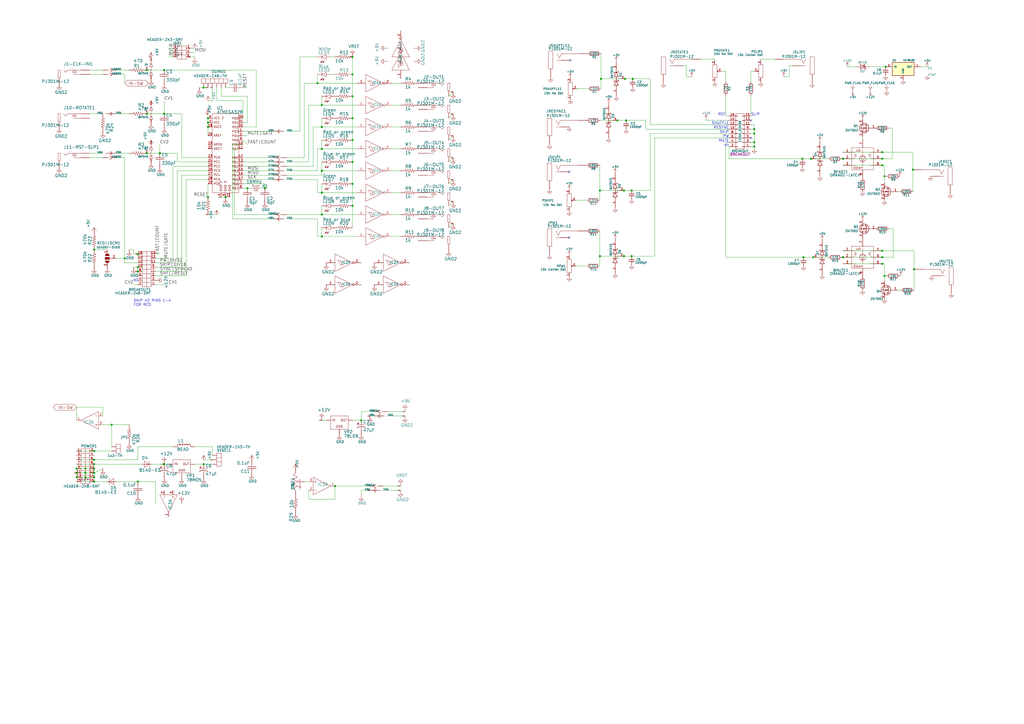
<source format=kicad_sch>
(kicad_sch (version 20210615) (generator eeschema)
  (paper "A2")
  (junction (at 44.45 271.78) (diameter 1.016))
  (junction (at 44.45 274.32) (diameter 1.016))
  (junction (at 44.45 276.86) (diameter 1.016))
  (junction (at 49.53 271.78) (diameter 1.016))
  (junction (at 49.53 274.32) (diameter 1.016))
  (junction (at 49.53 276.86) (diameter 1.016))
  (junction (at 54.61 144.78) (diameter 1.016))
  (junction (at 54.61 261.62) (diameter 1.016))
  (junction (at 54.61 266.7) (diameter 1.016))
  (junction (at 54.61 269.24) (diameter 1.016))
  (junction (at 54.61 271.78) (diameter 1.016))
  (junction (at 54.61 274.32) (diameter 1.016))
  (junction (at 54.61 276.86) (diameter 1.016))
  (junction (at 54.61 279.4) (diameter 1.016))
  (junction (at 64.77 246.38) (diameter 1.016))
  (junction (at 72.39 149.86) (diameter 1.016))
  (junction (at 80.01 147.32) (diameter 1.016))
  (junction (at 80.01 154.94) (diameter 1.016))
  (junction (at 80.01 157.48) (diameter 1.016))
  (junction (at 80.01 279.4) (diameter 1.016))
  (junction (at 85.09 40.64) (diameter 1.016))
  (junction (at 85.09 66.04) (diameter 1.016))
  (junction (at 85.09 88.9) (diameter 1.016))
  (junction (at 92.71 88.9) (diameter 1.016))
  (junction (at 95.25 40.64) (diameter 1.016))
  (junction (at 95.25 66.04) (diameter 1.016))
  (junction (at 95.25 269.24) (diameter 1.016))
  (junction (at 118.11 50.8) (diameter 1.016))
  (junction (at 118.11 269.24) (diameter 1.016))
  (junction (at 120.65 68.58) (diameter 1.016))
  (junction (at 120.65 71.12) (diameter 1.016))
  (junction (at 120.65 73.66) (diameter 1.016))
  (junction (at 120.65 114.3) (diameter 1.016))
  (junction (at 130.81 114.3) (diameter 1.016))
  (junction (at 143.51 109.22) (diameter 1.016))
  (junction (at 153.67 109.22) (diameter 1.016))
  (junction (at 184.15 48.26) (diameter 1.016))
  (junction (at 186.69 60.96) (diameter 1.016))
  (junction (at 186.69 73.66) (diameter 1.016))
  (junction (at 186.69 86.36) (diameter 1.016))
  (junction (at 186.69 99.06) (diameter 1.016))
  (junction (at 186.69 111.76) (diameter 1.016))
  (junction (at 186.69 124.46) (diameter 1.016))
  (junction (at 186.69 137.16) (diameter 1.016))
  (junction (at 194.31 281.94) (diameter 1.016))
  (junction (at 204.47 33.02) (diameter 1.016))
  (junction (at 204.47 43.18) (diameter 1.016))
  (junction (at 204.47 55.88) (diameter 1.016))
  (junction (at 204.47 68.58) (diameter 1.016))
  (junction (at 204.47 81.28) (diameter 1.016))
  (junction (at 204.47 93.98) (diameter 1.016))
  (junction (at 204.47 106.68) (diameter 1.016))
  (junction (at 204.47 119.38) (diameter 1.016))
  (junction (at 209.55 243.84) (diameter 1.016))
  (junction (at 347.98 110.49) (diameter 1.016))
  (junction (at 347.98 148.59) (diameter 1.016))
  (junction (at 348.615 45.72) (diameter 1.016))
  (junction (at 358.14 69.85) (diameter 1.016))
  (junction (at 361.95 110.49) (diameter 1.016))
  (junction (at 361.95 148.59) (diameter 1.016))
  (junction (at 362.585 45.72) (diameter 1.016))
  (junction (at 363.22 69.85) (diameter 1.016))
  (junction (at 366.395 110.49) (diameter 1.016))
  (junction (at 366.395 148.59) (diameter 1.016))
  (junction (at 367.03 45.72) (diameter 1.016))
  (junction (at 437.515 74.93) (diameter 1.016))
  (junction (at 437.515 77.47) (diameter 1.016))
  (junction (at 437.515 82.55) (diameter 1.016))
  (junction (at 437.515 85.09) (diameter 1.016))
  (junction (at 465.455 92.075) (diameter 1.016))
  (junction (at 466.09 149.225) (diameter 1.016))
  (junction (at 470.535 92.075) (diameter 1.016))
  (junction (at 471.805 149.225) (diameter 1.016))
  (junction (at 488.95 92.075) (diameter 1.016))
  (junction (at 488.95 149.225) (diameter 1.016))
  (junction (at 511.81 88.265) (diameter 1.016))
  (junction (at 511.81 92.075) (diameter 1.016))
  (junction (at 511.81 95.885) (diameter 1.016))
  (junction (at 511.81 145.415) (diameter 1.016))
  (junction (at 511.81 149.225) (diameter 1.016))
  (junction (at 511.81 153.035) (diameter 1.016))
  (junction (at 513.08 102.235) (diameter 1.016))
  (junction (at 513.08 160.02) (diameter 1.016))
  (junction (at 513.715 38.735) (diameter 1.016))
  (junction (at 529.59 98.425) (diameter 1.016))
  (junction (at 530.225 156.21) (diameter 1.016))
  (no_connect (at 330.2 99.695))
  (no_connect (at 330.2 137.795))
  (no_connect (at 330.835 34.925))
  (no_connect (at 435.61 69.85))
  (no_connect (at 435.61 80.01))
  (wire (pts (xy 44.45 236.22) (xy 44.45 243.84)))
  (wire (pts (xy 44.45 261.62) (xy 54.61 261.62)))
  (wire (pts (xy 44.45 269.24) (xy 54.61 269.24)))
  (wire (pts (xy 44.45 271.78) (xy 49.53 271.78)))
  (wire (pts (xy 44.45 274.32) (xy 44.45 271.78)))
  (wire (pts (xy 44.45 274.32) (xy 49.53 274.32)))
  (wire (pts (xy 44.45 276.86) (xy 44.45 274.32)))
  (wire (pts (xy 49.53 271.78) (xy 49.53 274.32)))
  (wire (pts (xy 49.53 271.78) (xy 54.61 271.78)))
  (wire (pts (xy 49.53 274.32) (xy 49.53 276.86)))
  (wire (pts (xy 49.53 274.32) (xy 54.61 274.32)))
  (wire (pts (xy 49.53 276.86) (xy 44.45 276.86)))
  (wire (pts (xy 54.61 144.78) (xy 62.23 144.78)))
  (wire (pts (xy 54.61 261.62) (xy 64.77 261.62)))
  (wire (pts (xy 54.61 266.7) (xy 44.45 266.7)))
  (wire (pts (xy 54.61 266.7) (xy 80.01 266.7)))
  (wire (pts (xy 54.61 269.24) (xy 82.55 269.24)))
  (wire (pts (xy 54.61 271.78) (xy 54.61 274.32)))
  (wire (pts (xy 54.61 276.86) (xy 49.53 276.86)))
  (wire (pts (xy 54.61 276.86) (xy 54.61 274.32)))
  (wire (pts (xy 54.61 279.4) (xy 44.45 279.4)))
  (wire (pts (xy 54.61 279.4) (xy 62.23 279.4)))
  (wire (pts (xy 59.69 40.64) (xy 52.07 40.64)))
  (wire (pts (xy 59.69 43.18) (xy 52.07 43.18)))
  (wire (pts (xy 59.69 66.04) (xy 52.07 66.04)))
  (wire (pts (xy 59.69 88.9) (xy 52.07 88.9)))
  (wire (pts (xy 59.69 91.44) (xy 52.07 91.44)))
  (wire (pts (xy 59.69 236.22) (xy 44.45 236.22)))
  (wire (pts (xy 59.69 241.3) (xy 59.69 236.22)))
  (wire (pts (xy 59.69 271.78) (xy 54.61 274.32)))
  (wire (pts (xy 64.77 246.38) (xy 59.69 246.38)))
  (wire (pts (xy 64.77 259.08) (xy 64.77 246.38)))
  (wire (pts (xy 67.31 66.04) (xy 74.93 66.04)))
  (wire (pts (xy 67.31 149.86) (xy 72.39 149.86)))
  (wire (pts (xy 67.31 279.4) (xy 80.01 279.4)))
  (wire (pts (xy 72.39 43.18) (xy 67.31 43.18)))
  (wire (pts (xy 72.39 48.26) (xy 72.39 43.18)))
  (wire (pts (xy 72.39 91.44) (xy 67.31 91.44)))
  (wire (pts (xy 72.39 91.44) (xy 72.39 149.86)))
  (wire (pts (xy 72.39 149.86) (xy 72.39 152.4)))
  (wire (pts (xy 72.39 152.4) (xy 80.01 152.4)))
  (wire (pts (xy 74.93 40.64) (xy 67.31 40.64)))
  (wire (pts (xy 74.93 88.9) (xy 67.31 88.9)))
  (wire (pts (xy 74.93 144.78) (xy 77.47 144.78)))
  (wire (pts (xy 74.93 246.38) (xy 64.77 246.38)))
  (wire (pts (xy 77.47 144.78) (xy 77.47 147.32)))
  (wire (pts (xy 77.47 147.32) (xy 80.01 147.32)))
  (wire (pts (xy 77.47 154.94) (xy 80.01 154.94)))
  (wire (pts (xy 80.01 147.32) (xy 80.01 149.86)))
  (wire (pts (xy 80.01 154.94) (xy 80.01 157.48)))
  (wire (pts (xy 80.01 157.48) (xy 80.01 160.02)))
  (wire (pts (xy 80.01 165.1) (xy 77.47 165.1)))
  (wire (pts (xy 80.01 259.08) (xy 100.33 259.08)))
  (wire (pts (xy 80.01 266.7) (xy 80.01 259.08)))
  (wire (pts (xy 80.01 279.4) (xy 90.17 279.4)))
  (wire (pts (xy 85.09 66.04) (xy 95.25 66.04)))
  (wire (pts (xy 85.09 88.9) (xy 92.71 88.9)))
  (wire (pts (xy 87.63 33.02) (xy 87.63 35.56)))
  (wire (pts (xy 87.63 269.24) (xy 95.25 269.24)))
  (wire (pts (xy 90.17 147.32) (xy 92.71 147.32)))
  (wire (pts (xy 90.17 149.86) (xy 97.79 149.86)))
  (wire (pts (xy 90.17 152.4) (xy 100.33 152.4)))
  (wire (pts (xy 90.17 154.94) (xy 102.87 154.94)))
  (wire (pts (xy 90.17 157.48) (xy 105.41 157.48)))
  (wire (pts (xy 90.17 160.02) (xy 107.95 160.02)))
  (wire (pts (xy 90.17 165.1) (xy 97.79 165.1)))
  (wire (pts (xy 90.17 279.4) (xy 90.17 292.1)))
  (wire (pts (xy 92.71 88.9) (xy 92.71 83.82)))
  (wire (pts (xy 92.71 88.9) (xy 102.87 88.9)))
  (wire (pts (xy 95.25 40.64) (xy 85.09 40.64)))
  (wire (pts (xy 95.25 58.42) (xy 95.25 66.04)))
  (wire (pts (xy 95.25 66.04) (xy 105.41 66.04)))
  (wire (pts (xy 95.25 269.24) (xy 97.79 269.24)))
  (wire (pts (xy 100.33 27.94) (xy 97.79 27.94)))
  (wire (pts (xy 100.33 30.48) (xy 97.79 30.48)))
  (wire (pts (xy 100.33 33.02) (xy 97.79 33.02)))
  (wire (pts (xy 100.33 96.52) (xy 120.65 96.52)))
  (wire (pts (xy 100.33 152.4) (xy 100.33 96.52)))
  (wire (pts (xy 102.87 88.9) (xy 102.87 93.98)))
  (wire (pts (xy 102.87 93.98) (xy 120.65 93.98)))
  (wire (pts (xy 102.87 99.06) (xy 120.65 99.06)))
  (wire (pts (xy 102.87 154.94) (xy 102.87 99.06)))
  (wire (pts (xy 105.41 66.04) (xy 105.41 91.44)))
  (wire (pts (xy 105.41 91.44) (xy 120.65 91.44)))
  (wire (pts (xy 105.41 101.6) (xy 120.65 101.6)))
  (wire (pts (xy 105.41 157.48) (xy 105.41 101.6)))
  (wire (pts (xy 107.95 104.14) (xy 120.65 104.14)))
  (wire (pts (xy 107.95 160.02) (xy 107.95 104.14)))
  (wire (pts (xy 110.49 27.94) (xy 113.03 27.94)))
  (wire (pts (xy 110.49 30.48) (xy 113.03 30.48)))
  (wire (pts (xy 110.49 33.02) (xy 113.03 33.02)))
  (wire (pts (xy 113.03 269.24) (xy 118.11 269.24)))
  (wire (pts (xy 118.11 50.8) (xy 115.57 50.8)))
  (wire (pts (xy 118.11 269.24) (xy 123.19 269.24)))
  (wire (pts (xy 120.65 50.8) (xy 118.11 50.8)))
  (wire (pts (xy 120.65 66.04) (xy 120.65 68.58)))
  (wire (pts (xy 120.65 68.58) (xy 120.65 71.12)))
  (wire (pts (xy 120.65 71.12) (xy 120.65 73.66)))
  (wire (pts (xy 120.65 73.66) (xy 120.65 78.74)))
  (wire (pts (xy 120.65 114.3) (xy 118.11 114.3)))
  (wire (pts (xy 120.65 114.3) (xy 120.65 106.68)))
  (wire (pts (xy 120.65 124.46) (xy 125.73 124.46)))
  (wire (pts (xy 123.19 50.8) (xy 123.19 58.42)))
  (wire (pts (xy 123.19 58.42) (xy 120.65 58.42)))
  (wire (pts (xy 123.19 259.08) (xy 113.03 259.08)))
  (wire (pts (xy 123.19 264.16) (xy 123.19 259.08)))
  (wire (pts (xy 123.19 266.7) (xy 118.11 266.7)))
  (wire (pts (xy 125.73 50.8) (xy 125.73 58.42)))
  (wire (pts (xy 125.73 58.42) (xy 140.97 58.42)))
  (wire (pts (xy 128.27 55.88) (xy 128.27 50.8)))
  (wire (pts (xy 128.27 114.3) (xy 130.81 114.3)))
  (wire (pts (xy 130.81 50.8) (xy 133.35 50.8)))
  (wire (pts (xy 130.81 114.3) (xy 133.35 114.3)))
  (wire (pts (xy 134.874 83.566) (xy 134.874 127)))
  (wire (pts (xy 134.874 127) (xy 158.75 127)))
  (wire (pts (xy 135.89 86.36) (xy 135.89 124.46)))
  (wire (pts (xy 135.89 124.46) (xy 158.75 124.46)))
  (wire (pts (xy 140.97 50.8) (xy 143.51 50.8)))
  (wire (pts (xy 140.97 68.58) (xy 140.97 58.42)))
  (wire (pts (xy 140.97 71.12) (xy 143.51 71.12)))
  (wire (pts (xy 140.97 73.66) (xy 148.59 73.66)))
  (wire (pts (xy 140.97 76.2) (xy 158.75 76.2)))
  (wire (pts (xy 140.97 78.74) (xy 143.51 78.74)))
  (wire (pts (xy 140.97 81.28) (xy 143.51 83.82)))
  (wire (pts (xy 140.97 83.82) (xy 134.874 83.566)))
  (wire (pts (xy 140.97 86.36) (xy 135.89 86.36)))
  (wire (pts (xy 140.97 91.44) (xy 158.75 91.44)))
  (wire (pts (xy 140.97 93.98) (xy 158.75 93.98)))
  (wire (pts (xy 140.97 96.52) (xy 158.75 96.52)))
  (wire (pts (xy 140.97 99.06) (xy 158.75 99.06)))
  (wire (pts (xy 140.97 101.6) (xy 158.75 101.6)))
  (wire (pts (xy 140.97 104.14) (xy 158.75 104.14)))
  (wire (pts (xy 140.97 109.22) (xy 143.51 109.22)))
  (wire (pts (xy 143.51 55.88) (xy 128.27 55.88)))
  (wire (pts (xy 143.51 71.12) (xy 143.51 55.88)))
  (wire (pts (xy 146.05 109.22) (xy 143.51 109.22)))
  (wire (pts (xy 148.59 40.64) (xy 95.25 40.64)))
  (wire (pts (xy 148.59 73.66) (xy 148.59 40.64)))
  (wire (pts (xy 153.67 106.68) (xy 140.97 106.68)))
  (wire (pts (xy 153.67 109.22) (xy 151.13 109.22)))
  (wire (pts (xy 153.67 109.22) (xy 153.67 106.68)))
  (wire (pts (xy 166.37 76.2) (xy 173.99 76.2)))
  (wire (pts (xy 173.99 76.2) (xy 173.99 33.02)))
  (wire (pts (xy 176.53 48.26) (xy 184.15 48.26)))
  (wire (pts (xy 176.53 91.44) (xy 166.37 91.44)))
  (wire (pts (xy 176.53 91.44) (xy 176.53 48.26)))
  (wire (pts (xy 179.07 93.98) (xy 166.37 93.98)))
  (wire (pts (xy 179.07 93.98) (xy 179.07 60.96)))
  (wire (pts (xy 179.07 279.4) (xy 176.53 279.4)))
  (wire (pts (xy 179.07 284.48) (xy 179.07 289.56)))
  (wire (pts (xy 179.07 289.56) (xy 194.31 289.56)))
  (wire (pts (xy 181.61 96.52) (xy 166.37 96.52)))
  (wire (pts (xy 181.61 96.52) (xy 181.61 73.66)))
  (wire (pts (xy 184.15 33.02) (xy 173.99 33.02)))
  (wire (pts (xy 184.15 43.18) (xy 184.15 48.26)))
  (wire (pts (xy 184.15 48.26) (xy 207.01 48.26)))
  (wire (pts (xy 184.15 99.06) (xy 166.37 99.06)))
  (wire (pts (xy 184.15 99.06) (xy 184.15 86.36)))
  (wire (pts (xy 184.15 104.14) (xy 166.37 104.14)))
  (wire (pts (xy 184.15 111.76) (xy 184.15 104.14)))
  (wire (pts (xy 184.15 127) (xy 166.37 127)))
  (wire (pts (xy 184.15 137.16) (xy 184.15 127)))
  (wire (pts (xy 186.69 55.88) (xy 186.69 60.96)))
  (wire (pts (xy 186.69 60.96) (xy 179.07 60.96)))
  (wire (pts (xy 186.69 68.58) (xy 186.69 73.66)))
  (wire (pts (xy 186.69 73.66) (xy 181.61 73.66)))
  (wire (pts (xy 186.69 81.28) (xy 186.69 86.36)))
  (wire (pts (xy 186.69 86.36) (xy 184.15 86.36)))
  (wire (pts (xy 186.69 93.98) (xy 186.69 99.06)))
  (wire (pts (xy 186.69 101.6) (xy 166.37 101.6)))
  (wire (pts (xy 186.69 101.6) (xy 186.69 99.06)))
  (wire (pts (xy 186.69 106.68) (xy 186.69 111.76)))
  (wire (pts (xy 186.69 111.76) (xy 184.15 111.76)))
  (wire (pts (xy 186.69 119.38) (xy 186.69 124.46)))
  (wire (pts (xy 186.69 124.46) (xy 166.37 124.46)))
  (wire (pts (xy 186.69 124.46) (xy 207.01 124.46)))
  (wire (pts (xy 186.69 132.08) (xy 186.69 137.16)))
  (wire (pts (xy 186.69 137.16) (xy 184.15 137.16)))
  (wire (pts (xy 186.69 243.84) (xy 189.23 243.84)))
  (wire (pts (xy 191.77 33.02) (xy 194.31 33.02)))
  (wire (pts (xy 191.77 43.18) (xy 194.31 43.18)))
  (wire (pts (xy 194.31 281.94) (xy 214.63 281.94)))
  (wire (pts (xy 194.31 289.56) (xy 194.31 281.94)))
  (wire (pts (xy 204.47 33.02) (xy 204.47 43.18)))
  (wire (pts (xy 204.47 43.18) (xy 204.47 55.88)))
  (wire (pts (xy 204.47 55.88) (xy 204.47 68.58)))
  (wire (pts (xy 204.47 68.58) (xy 204.47 81.28)))
  (wire (pts (xy 204.47 81.28) (xy 204.47 93.98)))
  (wire (pts (xy 204.47 93.98) (xy 204.47 106.68)))
  (wire (pts (xy 204.47 106.68) (xy 204.47 119.38)))
  (wire (pts (xy 204.47 119.38) (xy 204.47 132.08)))
  (wire (pts (xy 207.01 60.96) (xy 186.69 60.96)))
  (wire (pts (xy 207.01 73.66) (xy 186.69 73.66)))
  (wire (pts (xy 207.01 86.36) (xy 186.69 86.36)))
  (wire (pts (xy 207.01 99.06) (xy 186.69 99.06)))
  (wire (pts (xy 207.01 111.76) (xy 186.69 111.76)))
  (wire (pts (xy 207.01 137.16) (xy 186.69 137.16)))
  (wire (pts (xy 209.55 238.76) (xy 217.17 238.76)))
  (wire (pts (xy 209.55 243.84) (xy 204.47 243.84)))
  (wire (pts (xy 209.55 243.84) (xy 209.55 238.76)))
  (wire (pts (xy 209.55 284.48) (xy 209.55 287.02)))
  (wire (pts (xy 214.63 241.3) (xy 217.17 241.3)))
  (wire (pts (xy 214.63 284.48) (xy 209.55 284.48)))
  (wire (pts (xy 227.33 48.26) (xy 232.41 48.26)))
  (wire (pts (xy 227.33 60.96) (xy 232.41 60.96)))
  (wire (pts (xy 227.33 73.66) (xy 232.41 73.66)))
  (wire (pts (xy 227.33 86.36) (xy 232.41 86.36)))
  (wire (pts (xy 227.33 99.06) (xy 232.41 99.06)))
  (wire (pts (xy 227.33 111.76) (xy 232.41 111.76)))
  (wire (pts (xy 227.33 124.46) (xy 232.41 124.46)))
  (wire (pts (xy 227.33 137.16) (xy 232.41 137.16)))
  (wire (pts (xy 232.41 281.94) (xy 222.25 281.94)))
  (wire (pts (xy 232.41 284.48) (xy 222.25 284.48)))
  (wire (pts (xy 234.95 238.76) (xy 224.79 238.76)))
  (wire (pts (xy 234.95 241.3) (xy 224.79 241.3)))
  (wire (pts (xy 262.89 53.34) (xy 260.35 55.88)))
  (wire (pts (xy 262.89 66.04) (xy 260.35 68.58)))
  (wire (pts (xy 262.89 78.74) (xy 260.35 81.28)))
  (wire (pts (xy 262.89 91.44) (xy 260.35 93.98)))
  (wire (pts (xy 262.89 104.14) (xy 260.35 106.68)))
  (wire (pts (xy 262.89 116.84) (xy 260.35 119.38)))
  (wire (pts (xy 262.89 129.54) (xy 260.35 132.08)))
  (wire (pts (xy 334.01 116.205) (xy 340.36 116.205)))
  (wire (pts (xy 334.01 154.305) (xy 340.36 154.305)))
  (wire (pts (xy 334.645 51.435) (xy 340.995 51.435)))
  (wire (pts (xy 347.98 69.85) (xy 358.14 69.85)))
  (wire (pts (xy 347.98 95.885) (xy 347.98 110.49)))
  (wire (pts (xy 347.98 110.49) (xy 347.98 116.205)))
  (wire (pts (xy 347.98 110.49) (xy 361.95 110.49)))
  (wire (pts (xy 347.98 133.985) (xy 347.98 148.59)))
  (wire (pts (xy 347.98 148.59) (xy 347.98 154.305)))
  (wire (pts (xy 347.98 148.59) (xy 361.95 148.59)))
  (wire (pts (xy 348.615 31.115) (xy 348.615 45.72)))
  (wire (pts (xy 348.615 45.72) (xy 348.615 51.435)))
  (wire (pts (xy 348.615 45.72) (xy 362.585 45.72)))
  (wire (pts (xy 358.14 69.85) (xy 363.22 69.85)))
  (wire (pts (xy 361.95 110.49) (xy 366.395 110.49)))
  (wire (pts (xy 361.95 148.59) (xy 366.395 148.59)))
  (wire (pts (xy 362.585 45.72) (xy 367.03 45.72)))
  (wire (pts (xy 363.22 69.85) (xy 374.65 69.85)))
  (wire (pts (xy 366.395 110.49) (xy 377.19 110.49)))
  (wire (pts (xy 366.395 148.59) (xy 379.73 148.59)))
  (wire (pts (xy 367.03 45.72) (xy 377.19 45.72)))
  (wire (pts (xy 374.65 74.93) (xy 374.65 69.85)))
  (wire (pts (xy 377.19 72.39) (xy 377.19 45.72)))
  (wire (pts (xy 377.19 77.47) (xy 422.91 77.47)))
  (wire (pts (xy 377.19 110.49) (xy 377.19 77.47)))
  (wire (pts (xy 379.73 80.01) (xy 379.73 148.59)))
  (wire (pts (xy 396.24 38.1) (xy 398.145 38.1)))
  (wire (pts (xy 398.145 38.1) (xy 398.145 44.45)))
  (wire (pts (xy 398.145 44.45) (xy 401.32 44.45)))
  (wire (pts (xy 406.4 34.29) (xy 414.655 34.29)))
  (wire (pts (xy 409.575 69.85) (xy 409.575 69.215)))
  (wire (pts (xy 414.655 34.29) (xy 414.655 34.925)))
  (wire (pts (xy 418.465 41.275) (xy 421.005 41.275)))
  (wire (pts (xy 421.005 41.275) (xy 421.005 47.625)))
  (wire (pts (xy 421.005 55.245) (xy 421.005 67.31)))
  (wire (pts (xy 421.005 67.31) (xy 422.91 67.31)))
  (wire (pts (xy 421.005 82.55) (xy 421.005 149.225)))
  (wire (pts (xy 421.005 149.225) (xy 466.09 149.225)))
  (wire (pts (xy 422.91 69.85) (xy 409.575 69.85)))
  (wire (pts (xy 422.91 72.39) (xy 377.19 72.39)))
  (wire (pts (xy 422.91 74.93) (xy 374.65 74.93)))
  (wire (pts (xy 422.91 80.01) (xy 379.73 80.01)))
  (wire (pts (xy 422.91 82.55) (xy 421.005 82.55)))
  (wire (pts (xy 422.91 85.09) (xy 422.91 92.075)))
  (wire (pts (xy 422.91 92.075) (xy 465.455 92.075)))
  (wire (pts (xy 435.61 41.275) (xy 435.61 47.625)))
  (wire (pts (xy 435.61 55.245) (xy 435.61 67.31)))
  (wire (pts (xy 435.61 72.39) (xy 437.515 72.39)))
  (wire (pts (xy 435.61 74.93) (xy 437.515 74.93)))
  (wire (pts (xy 435.61 77.47) (xy 437.515 77.47)))
  (wire (pts (xy 435.61 82.55) (xy 437.515 82.55)))
  (wire (pts (xy 435.61 85.09) (xy 437.515 85.09)))
  (wire (pts (xy 437.515 41.275) (xy 435.61 41.275)))
  (wire (pts (xy 437.515 72.39) (xy 437.515 74.93)))
  (wire (pts (xy 437.515 74.93) (xy 437.515 77.47)))
  (wire (pts (xy 437.515 77.47) (xy 437.515 82.55)))
  (wire (pts (xy 437.515 82.55) (xy 437.515 85.09)))
  (wire (pts (xy 437.515 85.09) (xy 437.515 86.36)))
  (wire (pts (xy 441.325 34.29) (xy 441.325 34.925)))
  (wire (pts (xy 449.58 34.29) (xy 441.325 34.29)))
  (wire (pts (xy 457.835 38.1) (xy 457.835 44.45)))
  (wire (pts (xy 457.835 44.45) (xy 454.66 44.45)))
  (wire (pts (xy 459.74 38.1) (xy 457.835 38.1)))
  (wire (pts (xy 465.455 92.075) (xy 470.535 92.075)))
  (wire (pts (xy 466.09 149.225) (xy 471.805 149.225)))
  (wire (pts (xy 470.535 92.075) (xy 480.695 92.075)))
  (wire (pts (xy 471.805 149.225) (xy 480.695 149.225)))
  (wire (pts (xy 488.315 92.075) (xy 488.95 92.075)))
  (wire (pts (xy 488.315 149.225) (xy 488.95 149.225)))
  (wire (pts (xy 488.95 88.265) (xy 511.81 88.265)))
  (wire (pts (xy 488.95 92.075) (xy 511.81 92.075)))
  (wire (pts (xy 488.95 95.885) (xy 511.81 95.885)))
  (wire (pts (xy 488.95 145.415) (xy 511.81 145.415)))
  (wire (pts (xy 488.95 149.225) (xy 511.81 149.225)))
  (wire (pts (xy 488.95 153.035) (xy 511.81 153.035)))
  (wire (pts (xy 491.49 38.735) (xy 496.57 38.735)))
  (wire (pts (xy 500.38 79.375) (xy 500.38 80.645)))
  (wire (pts (xy 504.19 38.735) (xy 513.715 38.735)))
  (wire (pts (xy 511.81 88.265) (xy 529.59 88.265)))
  (wire (pts (xy 511.81 92.075) (xy 517.525 92.075)))
  (wire (pts (xy 511.81 95.885) (xy 513.08 95.885)))
  (wire (pts (xy 511.81 145.415) (xy 530.225 145.415)))
  (wire (pts (xy 511.81 149.225) (xy 518.16 149.225)))
  (wire (pts (xy 511.81 153.035) (xy 513.08 153.035)))
  (wire (pts (xy 513.08 95.885) (xy 513.08 102.235)))
  (wire (pts (xy 513.08 102.235) (xy 513.08 106.045)))
  (wire (pts (xy 513.08 153.035) (xy 513.08 160.02)))
  (wire (pts (xy 513.08 160.02) (xy 513.08 163.195)))
  (wire (pts (xy 514.35 102.235) (xy 513.08 102.235)))
  (wire (pts (xy 514.35 160.02) (xy 513.08 160.02)))
  (wire (pts (xy 517.525 74.295) (xy 515.62 74.295)))
  (wire (pts (xy 517.525 92.075) (xy 517.525 74.295)))
  (wire (pts (xy 518.16 132.715) (xy 515.62 132.715)))
  (wire (pts (xy 518.16 149.225) (xy 518.16 132.715)))
  (wire (pts (xy 520.7 111.125) (xy 521.97 111.125)))
  (wire (pts (xy 520.7 168.275) (xy 522.605 168.275)))
  (wire (pts (xy 521.97 160.02) (xy 522.605 160.02)))
  (wire (pts (xy 529.59 88.265) (xy 529.59 98.425)))
  (wire (pts (xy 529.59 98.425) (xy 529.59 111.125)))
  (wire (pts (xy 530.225 145.415) (xy 530.225 156.21)))
  (wire (pts (xy 530.225 156.21) (xy 530.225 168.275)))
  (wire (pts (xy 534.035 38.735) (xy 537.845 38.735)))
  (text "NC" (at 77.47 163.576 0) (effects (font (size 1.4986 1.4986)) (justify left bottom)))
  (text "SNIP H2 PINS 1-4 \nFOR RCD" (at 77.47 177.8 0) (effects (font (size 1.4986 1.4986)) (justify left bottom)))
  (text "ROT" (at 421.005 67.31 180) (effects (font (size 1.524 1.524)) (justify right bottom)))
  (text "SHUFFLE" (at 422.91 72.39 180) (effects (font (size 1.524 1.524)) (justify right bottom)))
  (text "RESYNC" (at 422.91 74.93 180) (effects (font (size 1.524 1.524)) (justify right bottom)))
  (text "SKIP" (at 422.91 77.47 180) (effects (font (size 1.524 1.524)) (justify right bottom)))
  (text "PW" (at 422.91 80.01 180) (effects (font (size 1.524 1.524)) (justify right bottom)))
  (text "MUTE" (at 422.91 82.55 180) (effects (font (size 1.524 1.524)) (justify right bottom)))
  (text "x4" (at 422.91 85.09 180) (effects (font (size 1.524 1.524)) (justify right bottom)))
  (text "SLIP" (at 435.61 67.31 0) (effects (font (size 1.524 1.524)) (justify left bottom)))
  (label "-12V" (at 44.45 279.4 0) (effects (font (size 1.778 1.778))))
  (label "CV2" (at 77.47 165.1 180) (effects (font (size 1.778 1.778))))
  (label "CV2" (at 92.71 83.82 0) (effects (font (size 1.778 1.778))))
  (label "FAST|COUNT" (at 92.71 147.32 90) (effects (font (size 1.778 1.778))))
  (label "PW|DIV32" (at 92.71 152.4 0) (effects (font (size 1.778 1.778))))
  (label "SKIP|DIV16" (at 92.71 154.94 0) (effects (font (size 1.778 1.778))))
  (label "SYNC|SPREAD" (at 92.71 157.48 0) (effects (font (size 1.778 1.778))))
  (label "SHFL|RESET" (at 92.71 160.02 0) (effects (font (size 1.778 1.778))))
  (label "CV1" (at 95.25 58.42 0) (effects (font (size 1.778 1.778))))
  (label "MISO" (at 97.79 27.94 0) (effects (font (size 1.778 1.778))))
  (label "SCK" (at 97.79 30.48 0) (effects (font (size 1.778 1.778))))
  (label "RESET" (at 97.79 33.02 0) (effects (font (size 1.778 1.778))))
  (label "MUTE|GATE" (at 97.79 149.86 90) (effects (font (size 1.778 1.778))))
  (label "CV1" (at 97.79 165.1 0) (effects (font (size 1.778 1.778))))
  (label "MOSI" (at 113.03 30.48 0) (effects (font (size 1.778 1.778))))
  (label "RESET" (at 120.65 114.3 180) (effects (font (size 1.778 1.778))))
  (label "RESET" (at 143.51 50.8 90) (effects (font (size 1.778 1.778))))
  (label "MUTE|GATE" (at 143.51 78.74 0) (effects (font (size 1.778 1.778))))
  (label "FAST|COUNT" (at 143.51 83.82 0) (effects (font (size 1.778 1.778))))
  (label "MOSI" (at 143.51 99.06 0) (effects (font (size 1.778 1.778))))
  (label "MISO" (at 143.51 101.6 0) (effects (font (size 1.778 1.778))))
  (label "SCK" (at 143.51 104.14 0) (effects (font (size 1.778 1.778))))
  (global_label "IN-SW" (shape bidirectional) (at 44.45 236.22 180) (effects (font (size 1.778 1.778))) (property "Intersheet References" "${INTERSHEET_REFS}" (effects hide)))
  (global_label "GND" (shape bidirectional) (at 44.45 274.32 180) (effects (font (size 0.254 0.254))) (property "Intersheet References" "${INTERSHEET_REFS}" (effects hide)))
  (global_label "IN-SW" (shape bidirectional) (at 72.39 48.26 0) (effects (font (size 1.778 1.778))) (property "Intersheet References" "${INTERSHEET_REFS}" (effects hide)))
  (global_label "GND" (shape bidirectional) (at 80.01 147.32 180) (effects (font (size 0.254 0.254))) (property "Intersheet References" "${INTERSHEET_REFS}" (effects hide)))
  (global_label "GND" (shape bidirectional) (at 80.01 157.48 180) (effects (font (size 0.254 0.254))) (property "Intersheet References" "${INTERSHEET_REFS}" (effects hide)))
  (global_label "+5V" (shape bidirectional) (at 87.63 33.02 180) (effects (font (size 0.254 0.254))) (property "Intersheet References" "${INTERSHEET_REFS}" (effects hide)))
  (global_label "+12V" (shape bidirectional) (at 95.25 269.24 180) (effects (font (size 0.254 0.254))) (property "Intersheet References" "${INTERSHEET_REFS}" (effects hide)))
  (global_label "+5V" (shape bidirectional) (at 110.49 27.94 180) (effects (font (size 0.254 0.254))) (property "Intersheet References" "${INTERSHEET_REFS}" (effects hide)))
  (global_label "GND" (shape bidirectional) (at 110.49 33.02 180) (effects (font (size 0.254 0.254))) (property "Intersheet References" "${INTERSHEET_REFS}" (effects hide)))
  (global_label "GND" (shape bidirectional) (at 120.65 50.8 180) (effects (font (size 0.254 0.254))) (property "Intersheet References" "${INTERSHEET_REFS}" (effects hide)))
  (global_label "+5V" (shape bidirectional) (at 120.65 66.04 180) (effects (font (size 0.254 0.254))) (property "Intersheet References" "${INTERSHEET_REFS}" (effects hide)))
  (global_label "+5V" (shape bidirectional) (at 120.65 124.46 180) (effects (font (size 0.254 0.254))) (property "Intersheet References" "${INTERSHEET_REFS}" (effects hide)))
  (global_label "+5V" (shape bidirectional) (at 123.19 50.8 180) (effects (font (size 0.254 0.254))) (property "Intersheet References" "${INTERSHEET_REFS}" (effects hide)))
  (global_label "+5V" (shape bidirectional) (at 123.19 266.7 180) (effects (font (size 0.254 0.254))) (property "Intersheet References" "${INTERSHEET_REFS}" (effects hide)))
  (global_label "GND" (shape bidirectional) (at 128.27 114.3 180) (effects (font (size 0.254 0.254))) (property "Intersheet References" "${INTERSHEET_REFS}" (effects hide)))
  (global_label "+12V" (shape bidirectional) (at 186.69 243.84 180) (effects (font (size 0.254 0.254))) (property "Intersheet References" "${INTERSHEET_REFS}" (effects hide)))
  (global_label "+VREF" (shape bidirectional) (at 204.47 33.02 180) (effects (font (size 0.254 0.254))) (property "Intersheet References" "${INTERSHEET_REFS}" (effects hide)))
  (global_label "GND" (shape bidirectional) (at 214.63 241.3 180) (effects (font (size 0.254 0.254))) (property "Intersheet References" "${INTERSHEET_REFS}" (effects hide)))
  (global_label "GND" (shape bidirectional) (at 214.63 284.48 180) (effects (font (size 0.254 0.254))) (property "Intersheet References" "${INTERSHEET_REFS}" (effects hide)))
  (global_label "+VREF" (shape bidirectional) (at 232.41 281.94 180) (effects (font (size 0.254 0.254))) (property "Intersheet References" "${INTERSHEET_REFS}" (effects hide)))
  (global_label "AGND" (shape bidirectional) (at 232.41 284.48 180) (effects (font (size 0.254 0.254))) (property "Intersheet References" "${INTERSHEET_REFS}" (effects hide)))
  (global_label "+9V" (shape bidirectional) (at 234.95 238.76 180) (effects (font (size 0.254 0.254))) (property "Intersheet References" "${INTERSHEET_REFS}" (effects hide)))
  (global_label "AGND" (shape bidirectional) (at 234.95 241.3 180) (effects (font (size 0.254 0.254))) (property "Intersheet References" "${INTERSHEET_REFS}" (effects hide)))
  (global_label "AGND" (shape bidirectional) (at 262.89 53.34 180) (effects (font (size 0.254 0.254))) (property "Intersheet References" "${INTERSHEET_REFS}" (effects hide)))
  (global_label "AGND" (shape bidirectional) (at 262.89 66.04 180) (effects (font (size 0.254 0.254))) (property "Intersheet References" "${INTERSHEET_REFS}" (effects hide)))
  (global_label "AGND" (shape bidirectional) (at 262.89 78.74 180) (effects (font (size 0.254 0.254))) (property "Intersheet References" "${INTERSHEET_REFS}" (effects hide)))
  (global_label "AGND" (shape bidirectional) (at 262.89 91.44 180) (effects (font (size 0.254 0.254))) (property "Intersheet References" "${INTERSHEET_REFS}" (effects hide)))
  (global_label "AGND" (shape bidirectional) (at 262.89 104.14 180) (effects (font (size 0.254 0.254))) (property "Intersheet References" "${INTERSHEET_REFS}" (effects hide)))
  (global_label "AGND" (shape bidirectional) (at 262.89 116.84 180) (effects (font (size 0.254 0.254))) (property "Intersheet References" "${INTERSHEET_REFS}" (effects hide)))
  (global_label "AGND" (shape bidirectional) (at 262.89 129.54 180) (effects (font (size 0.254 0.254))) (property "Intersheet References" "${INTERSHEET_REFS}" (effects hide)))
  (symbol (lib_id "clocker-12b-eagle-import:HEADER-2X3-B2B-MALESMT") (at 62.23 40.64 0) (unit 1)
    (property "Reference" "H6" (at 64.77 40.64 0) (effects (font (size 1.0668 1.0668)) (justify left bottom)))
    (property "Value" "HEADER-2X3-B2B-MALESMT" (effects hide))
    (property "Footprint" "clocker-12b:HEADER-2X3-SMT" (effects hide))
  )
  (symbol (lib_id "clocker-12b-eagle-import:HEADER-2X3-B2B-MALESMT") (at 62.23 43.18 0) (unit 1)
    (property "Reference" "H6" (at 64.77 43.18 0) (effects (font (size 1.0668 1.0668)) (justify left bottom)))
    (property "Value" "HEADER-2X3-B2B-MALESMT" (effects hide))
    (property "Footprint" "clocker-12b:HEADER-2X3-SMT" (effects hide))
  )
  (symbol (lib_id "clocker-12b-eagle-import:HEADER-2X3-B2B-MALESMT") (at 62.23 66.04 0) (mirror y) (unit 1)
    (property "Reference" "H6" (at 59.69 66.04 0) (effects (font (size 1.0668 1.0668)) (justify left bottom)))
    (property "Value" "HEADER-2X3-B2B-MALESMT" (effects hide))
    (property "Footprint" "clocker-12b:HEADER-2X3-SMT" (effects hide))
  )
  (symbol (lib_id "clocker-12b-eagle-import:HEADER-2X3-B2B-MALESMT") (at 62.23 88.9 0) (mirror y) (unit 1)
    (property "Reference" "H6" (at 59.69 88.9 0) (effects (font (size 1.0668 1.0668)) (justify left bottom)))
    (property "Value" "HEADER-2X3-B2B-MALESMT" (effects hide))
    (property "Footprint" "clocker-12b:HEADER-2X3-SMT" (effects hide))
  )
  (symbol (lib_id "clocker-12b-eagle-import:HEADER-2X3-B2B-MALESMT") (at 62.23 91.44 0) (unit 1)
    (property "Reference" "H6" (at 64.77 91.44 0) (effects (font (size 1.0668 1.0668)) (justify left bottom)))
    (property "Value" "HEADER-2X3-B2B-MALESMT" (effects hide))
    (property "Footprint" "clocker-12b:HEADER-2X3-SMT" (effects hide))
  )
  (symbol (lib_id "clocker-12b-eagle-import:HEADER-2X3-B2B-MALESMT") (at 163.83 76.2 0) (unit 1)
    (property "Reference" "H6" (at 166.37 76.2 0) (effects (font (size 1.0668 1.0668)) (justify left bottom)))
    (property "Value" "HEADER-2X3-B2B-MALESMT" (effects hide))
    (property "Footprint" "clocker-12b:HEADER-2X3-SMT" (effects hide))
  )
  (symbol (lib_id "clocker-12b-eagle-import:HEADER-2X3-B2B-MALESMT") (at 163.83 91.44 0) (mirror y) (unit 1)
    (property "Reference" "H4" (at 161.29 91.44 0) (effects (font (size 1.0668 1.0668)) (justify left bottom)))
    (property "Value" "HEADER-2X3-B2B-MALESMT" (effects hide))
    (property "Footprint" "clocker-12b:HEADER-2X3-SMT" (effects hide))
  )
  (symbol (lib_id "clocker-12b-eagle-import:HEADER-2X3-B2B-MALESMT") (at 163.83 93.98 0) (unit 1)
    (property "Reference" "H4" (at 166.37 93.98 0) (effects (font (size 1.0668 1.0668)) (justify left bottom)))
    (property "Value" "HEADER-2X3-B2B-MALESMT" (effects hide))
    (property "Footprint" "clocker-12b:HEADER-2X3-SMT" (effects hide))
  )
  (symbol (lib_id "clocker-12b-eagle-import:HEADER-2X3-B2B-MALESMT") (at 163.83 96.52 0) (mirror y) (unit 1)
    (property "Reference" "H4" (at 161.29 96.52 0) (effects (font (size 1.0668 1.0668)) (justify left bottom)))
    (property "Value" "HEADER-2X3-B2B-MALESMT" (effects hide))
    (property "Footprint" "clocker-12b:HEADER-2X3-SMT" (effects hide))
  )
  (symbol (lib_id "clocker-12b-eagle-import:HEADER-2X3-B2B-MALESMT") (at 163.83 99.06 0) (unit 1)
    (property "Reference" "H4" (at 166.37 99.06 0) (effects (font (size 1.0668 1.0668)) (justify left bottom)))
    (property "Value" "HEADER-2X3-B2B-MALESMT" (effects hide))
    (property "Footprint" "clocker-12b:HEADER-2X3-SMT" (effects hide))
  )
  (symbol (lib_id "clocker-12b-eagle-import:HEADER-2X3-B2B-MALESMT") (at 163.83 101.6 0) (mirror y) (unit 1)
    (property "Reference" "H4" (at 161.29 101.6 0) (effects (font (size 1.0668 1.0668)) (justify left bottom)))
    (property "Value" "HEADER-2X3-B2B-MALESMT" (effects hide))
    (property "Footprint" "clocker-12b:HEADER-2X3-SMT" (effects hide))
  )
  (symbol (lib_id "clocker-12b-eagle-import:HEADER-2X3-B2B-MALESMT") (at 163.83 104.14 0) (unit 1)
    (property "Reference" "H4" (at 166.37 104.14 0) (effects (font (size 1.0668 1.0668)) (justify left bottom)))
    (property "Value" "HEADER-2X3-B2B-MALESMT" (effects hide))
    (property "Footprint" "clocker-12b:HEADER-2X3-SMT" (effects hide))
  )
  (symbol (lib_id "clocker-12b-eagle-import:HEADER-2X3-B2B-MALESMT") (at 163.83 124.46 0) (mirror y) (unit 1)
    (property "Reference" "H5" (at 161.29 124.46 0) (effects (font (size 1.0668 1.0668)) (justify left bottom)))
    (property "Value" "HEADER-2X3-B2B-MALESMT" (effects hide))
    (property "Footprint" "clocker-12b:HEADER-2X3-SMT" (effects hide))
  )
  (symbol (lib_id "clocker-12b-eagle-import:HEADER-2X3-B2B-MALESMT") (at 163.83 127 0) (unit 1)
    (property "Reference" "H5" (at 166.37 127 0) (effects (font (size 1.0668 1.0668)) (justify left bottom)))
    (property "Value" "HEADER-2X3-B2B-MALESMT" (effects hide))
    (property "Footprint" "clocker-12b:HEADER-2X3-SMT" (effects hide))
  )
  (symbol (lib_id "clocker-12b-eagle-import:HEADER-2X3-B2B-MALESMT") (at 219.71 281.94 0) (mirror y) (unit 1)
    (property "Reference" "H5" (at 217.17 281.94 0) (effects (font (size 1.0668 1.0668)) (justify left bottom)))
    (property "Value" "HEADER-2X3-B2B-MALESMT" (effects hide))
    (property "Footprint" "clocker-12b:HEADER-2X3-SMT" (effects hide))
  )
  (symbol (lib_id "clocker-12b-eagle-import:HEADER-2X3-B2B-MALESMT") (at 219.71 284.48 0) (unit 1)
    (property "Reference" "H5" (at 222.25 284.48 0) (effects (font (size 1.0668 1.0668)) (justify left bottom)))
    (property "Value" "HEADER-2X3-B2B-MALESMT" (effects hide))
    (property "Footprint" "clocker-12b:HEADER-2X3-SMT" (effects hide))
  )
  (symbol (lib_id "clocker-12b-eagle-import:HEADER-2X3-B2B-MALESMT") (at 222.25 238.76 0) (mirror y) (unit 1)
    (property "Reference" "H5" (at 219.71 238.76 0) (effects (font (size 1.0668 1.0668)) (justify left bottom)))
    (property "Value" "HEADER-2X3-B2B-MALESMT" (effects hide))
    (property "Footprint" "clocker-12b:HEADER-2X3-SMT" (effects hide))
  )
  (symbol (lib_id "clocker-12b-eagle-import:HEADER-2X3-B2B-MALESMT") (at 222.25 241.3 0) (unit 1)
    (property "Reference" "H5" (at 224.79 241.3 0) (effects (font (size 1.0668 1.0668)) (justify left bottom)))
    (property "Value" "HEADER-2X3-B2B-MALESMT" (effects hide))
    (property "Footprint" "clocker-12b:HEADER-2X3-SMT" (effects hide))
  )
  (symbol (lib_id "power:+5V") (at 330.2 109.855 0) (unit 1)
    (property "Reference" "#PWR021" (effects hide))
    (property "Value" "+5V" (at 330.2 106.299 0))
  )
  (symbol (lib_id "power:+5V") (at 330.2 147.955 0) (unit 1)
    (property "Reference" "#PWR028" (effects hide))
    (property "Value" "+5V" (at 330.2 144.399 0))
  )
  (symbol (lib_id "power:+5V") (at 330.835 45.085 0) (unit 1)
    (property "Reference" "#PWR011" (effects hide))
    (property "Value" "+5V" (at 330.835 41.529 0))
  )
  (symbol (lib_id "power:+5V") (at 353.06 59.69 0) (unit 1)
    (property "Reference" "#PWR016" (effects hide))
    (property "Value" "+5V" (at 353.06 56.134 0))
  )
  (symbol (lib_id "power:+5V") (at 356.87 100.33 0) (unit 1)
    (property "Reference" "#PWR022" (effects hide))
    (property "Value" "+5V" (at 356.87 96.774 0))
  )
  (symbol (lib_id "power:+5V") (at 356.87 138.43 0) (unit 1)
    (property "Reference" "#PWR029" (effects hide))
    (property "Value" "+5V" (at 356.87 134.874 0))
  )
  (symbol (lib_id "power:+5V") (at 357.505 35.56 0) (unit 1)
    (property "Reference" "#PWR012" (effects hide))
    (property "Value" "+5V" (at 357.505 32.004 0))
  )
  (symbol (lib_id "power:+5V") (at 401.32 44.45 0) (unit 1)
    (property "Reference" "#PWR01" (effects hide))
    (property "Value" "+5V" (at 401.32 40.894 0))
  )
  (symbol (lib_id "power:+12V") (at 409.575 69.215 0) (unit 1)
    (property "Reference" "#PWR07" (effects hide))
    (property "Value" "+12V" (at 409.575 65.659 0))
  )
  (symbol (lib_id "power:+5V") (at 454.66 44.45 0) (mirror y) (unit 1)
    (property "Reference" "#PWR04" (effects hide))
    (property "Value" "+5V" (at 454.66 40.894 0))
  )
  (symbol (lib_id "power:+5V") (at 475.615 81.915 0) (mirror y) (unit 1)
    (property "Reference" "#PWR042" (effects hide))
    (property "Value" "+5V" (at 475.615 78.359 0))
  )
  (symbol (lib_id "power:+5V") (at 476.885 139.065 0) (mirror y) (unit 1)
    (property "Reference" "#PWR051" (effects hide))
    (property "Value" "+5V" (at 476.885 135.509 0))
  )
  (symbol (lib_id "power:+12V") (at 491.49 38.735 0) (unit 1)
    (property "Reference" "#PWR032" (effects hide))
    (property "Value" "+12V" (at 491.49 35.179 0))
  )
  (symbol (lib_id "power:+5V") (at 494.665 52.705 180) (unit 1)
    (property "Reference" "#PWR058" (effects hide))
    (property "Value" "+5V" (at 494.665 56.261 0))
  )
  (symbol (lib_id "power:+12V") (at 500.38 69.215 0) (unit 1)
    (property "Reference" "#PWR040" (effects hide))
    (property "Value" "+12V" (at 500.38 65.659 0))
  )
  (symbol (lib_id "power:+12V") (at 500.38 127.635 0) (unit 1)
    (property "Reference" "#PWR049" (effects hide))
    (property "Value" "+12V" (at 500.38 124.079 0))
  )
  (symbol (lib_id "power:+12V") (at 504.825 52.705 180) (unit 1)
    (property "Reference" "#PWR056" (effects hide))
    (property "Value" "+12V" (at 504.825 56.261 0))
  )
  (symbol (lib_id "power:+12V") (at 521.97 102.235 0) (unit 1)
    (property "Reference" "#PWR039" (effects hide))
    (property "Value" "+12V" (at 521.97 98.679 0))
  )
  (symbol (lib_id "power:+12V") (at 522.605 160.02 0) (unit 1)
    (property "Reference" "#PWR048" (effects hide))
    (property "Value" "+12V" (at 522.605 156.464 0))
  )
  (symbol (lib_id "power:+5V") (at 537.845 38.735 0) (unit 1)
    (property "Reference" "#PWR034" (effects hide))
    (property "Value" "+5V" (at 537.845 35.179 0))
  )
  (symbol (lib_id "power:PWR_FLAG") (at 494.665 52.705 0) (unit 1)
    (property "Reference" "#FLG057" (effects hide))
    (property "Value" "PWR_FLAG" (at 494.665 48.133 0))
  )
  (symbol (lib_id "power:PWR_FLAG") (at 504.825 52.705 0) (unit 1)
    (property "Reference" "#FLG054" (effects hide))
    (property "Value" "PWR_FLAG" (at 504.825 48.133 0))
  )
  (symbol (lib_id "power:PWR_FLAG") (at 514.35 52.705 0) (unit 1)
    (property "Reference" "#FLG055" (effects hide))
    (property "Value" "PWR_FLAG" (at 514.35 48.133 0))
  )
  (symbol (lib_id "power:GND") (at 318.77 83.82 0) (unit 1)
    (property "Reference" "#PWR015" (effects hide))
    (property "Value" "GND" (effects hide))
  )
  (symbol (lib_id "power:GND") (at 318.77 109.855 0) (unit 1)
    (property "Reference" "#PWR020" (effects hide))
    (property "Value" "GND" (effects hide))
  )
  (symbol (lib_id "power:GND") (at 318.77 147.955 0) (unit 1)
    (property "Reference" "#PWR027" (effects hide))
    (property "Value" "GND" (effects hide))
  )
  (symbol (lib_id "power:GND") (at 319.405 45.085 0) (unit 1)
    (property "Reference" "#PWR010" (effects hide))
    (property "Value" "GND" (effects hide))
  )
  (symbol (lib_id "power:GND") (at 330.2 73.66 0) (unit 1)
    (property "Reference" "#PWR025" (effects hide))
    (property "Value" "GND" (effects hide))
  )
  (symbol (lib_id "power:GND") (at 330.2 122.555 0) (unit 1)
    (property "Reference" "#PWR019" (effects hide))
    (property "Value" "GND" (effects hide))
  )
  (symbol (lib_id "power:GND") (at 330.2 160.655 0) (unit 1)
    (property "Reference" "#PWR026" (effects hide))
    (property "Value" "GND" (effects hide))
  )
  (symbol (lib_id "power:GND") (at 330.835 57.785 0) (unit 1)
    (property "Reference" "#PWR09" (effects hide))
    (property "Value" "GND" (effects hide))
  )
  (symbol (lib_id "power:GND") (at 353.06 80.01 0) (unit 1)
    (property "Reference" "#PWR017" (effects hide))
    (property "Value" "GND" (effects hide))
  )
  (symbol (lib_id "power:GND") (at 356.87 120.65 0) (unit 1)
    (property "Reference" "#PWR023" (effects hide))
    (property "Value" "GND" (effects hide))
  )
  (symbol (lib_id "power:GND") (at 356.87 158.75 0) (unit 1)
    (property "Reference" "#PWR030" (effects hide))
    (property "Value" "GND" (effects hide))
  )
  (symbol (lib_id "power:GND") (at 357.505 55.88 0) (unit 1)
    (property "Reference" "#PWR013" (effects hide))
    (property "Value" "GND" (effects hide))
  )
  (symbol (lib_id "power:GND") (at 363.22 74.93 0) (unit 1)
    (property "Reference" "#PWR018" (effects hide))
    (property "Value" "GND" (effects hide))
  )
  (symbol (lib_id "power:GND") (at 366.395 115.57 0) (unit 1)
    (property "Reference" "#PWR024" (effects hide))
    (property "Value" "GND" (effects hide))
  )
  (symbol (lib_id "power:GND") (at 366.395 153.67 0) (unit 1)
    (property "Reference" "#PWR031" (effects hide))
    (property "Value" "GND" (effects hide))
  )
  (symbol (lib_id "power:GND") (at 367.03 50.8 0) (unit 1)
    (property "Reference" "#PWR014" (effects hide))
    (property "Value" "GND" (effects hide))
  )
  (symbol (lib_id "power:GND") (at 384.81 48.26 0) (unit 1)
    (property "Reference" "#PWR03" (effects hide))
    (property "Value" "GND" (effects hide))
  )
  (symbol (lib_id "power:GND") (at 414.655 47.625 0) (unit 1)
    (property "Reference" "#PWR02" (effects hide))
    (property "Value" "GND" (effects hide))
  )
  (symbol (lib_id "power:GND") (at 437.515 86.36 0) (mirror y) (unit 1)
    (property "Reference" "#PWR08" (effects hide))
    (property "Value" "GND" (effects hide))
  )
  (symbol (lib_id "power:GND") (at 441.325 47.625 0) (mirror y) (unit 1)
    (property "Reference" "#PWR05" (effects hide))
    (property "Value" "GND" (effects hide))
  )
  (symbol (lib_id "power:GND") (at 465.455 97.155 0) (mirror y) (unit 1)
    (property "Reference" "#PWR044" (effects hide))
    (property "Value" "GND" (effects hide))
  )
  (symbol (lib_id "power:GND") (at 466.09 154.305 0) (mirror y) (unit 1)
    (property "Reference" "#PWR053" (effects hide))
    (property "Value" "GND" (effects hide))
  )
  (symbol (lib_id "power:GND") (at 471.17 48.26 0) (mirror y) (unit 1)
    (property "Reference" "#PWR06" (effects hide))
    (property "Value" "GND" (effects hide))
  )
  (symbol (lib_id "power:GND") (at 475.615 102.235 0) (mirror y) (unit 1)
    (property "Reference" "#PWR043" (effects hide))
    (property "Value" "GND" (effects hide))
  )
  (symbol (lib_id "power:GND") (at 476.885 159.385 0) (mirror y) (unit 1)
    (property "Reference" "#PWR052" (effects hide))
    (property "Value" "GND" (effects hide))
  )
  (symbol (lib_id "power:GND") (at 500.38 111.125 0) (mirror y) (unit 1)
    (property "Reference" "#PWR041" (effects hide))
    (property "Value" "GND" (effects hide))
  )
  (symbol (lib_id "power:GND") (at 500.38 168.275 0) (mirror y) (unit 1)
    (property "Reference" "#PWR050" (effects hide))
    (property "Value" "GND" (effects hide))
  )
  (symbol (lib_id "power:GND") (at 513.08 116.205 0) (mirror y) (unit 1)
    (property "Reference" "#PWR038" (effects hide))
    (property "Value" "GND" (effects hide))
  )
  (symbol (lib_id "power:GND") (at 513.08 173.355 0) (mirror y) (unit 1)
    (property "Reference" "#PWR047" (effects hide))
    (property "Value" "GND" (effects hide))
  )
  (symbol (lib_id "power:GND") (at 513.715 43.815 0) (mirror y) (unit 1)
    (property "Reference" "#PWR060" (effects hide))
    (property "Value" "GND" (effects hide))
  )
  (symbol (lib_id "power:GND") (at 514.35 52.705 0) (mirror y) (unit 1)
    (property "Reference" "#PWR059" (effects hide))
    (property "Value" "GND" (effects hide))
  )
  (symbol (lib_id "power:GND") (at 523.875 46.355 0) (mirror y) (unit 1)
    (property "Reference" "#PWR033" (effects hide))
    (property "Value" "GND" (effects hide))
  )
  (symbol (lib_id "power:GND") (at 537.845 43.815 0) (mirror y) (unit 1)
    (property "Reference" "#PWR035" (effects hide))
    (property "Value" "GND" (effects hide))
  )
  (symbol (lib_id "power:GND") (at 539.75 102.235 0) (mirror y) (unit 1)
    (property "Reference" "#PWR037" (effects hide))
    (property "Value" "GND" (effects hide))
  )
  (symbol (lib_id "power:GND") (at 540.385 160.02 0) (mirror y) (unit 1)
    (property "Reference" "#PWR046" (effects hide))
    (property "Value" "GND" (effects hide))
  )
  (symbol (lib_id "power:GND") (at 551.18 112.395 0) (mirror y) (unit 1)
    (property "Reference" "#PWR036" (effects hide))
    (property "Value" "GND" (effects hide))
  )
  (symbol (lib_id "power:GND") (at 551.815 170.18 0) (mirror y) (unit 1)
    (property "Reference" "#PWR045" (effects hide))
    (property "Value" "GND" (effects hide))
  )
  (symbol (lib_id "clocker-12b-eagle-import:HEADER-2X3-B2B-FEMALETH-BOT") (at 67.31 40.64 0) (mirror y) (unit 1)
    (property "Reference" "H9" (at 67.183 40.64 0) (effects (font (size 1.0668 1.0668)) (justify right bottom)))
    (property "Value" "HEADER-2X3-B2B-FEMALETH-BOT" (effects hide))
    (property "Footprint" "clocker-12b:HEADER-2X3-TH-BOTTOM" (effects hide))
  )
  (symbol (lib_id "clocker-12b-eagle-import:HEADER-2X3-B2B-FEMALETH-BOT") (at 67.31 43.18 0) (mirror y) (unit 1)
    (property "Reference" "H9" (at 67.183 43.18 0) (effects (font (size 1.0668 1.0668)) (justify right bottom)))
    (property "Value" "HEADER-2X3-B2B-FEMALETH-BOT" (effects hide))
    (property "Footprint" "clocker-12b:HEADER-2X3-TH-BOTTOM" (effects hide))
  )
  (symbol (lib_id "clocker-12b-eagle-import:HEADER-2X3-B2B-FEMALETH-BOT") (at 67.31 66.04 0) (mirror y) (unit 1)
    (property "Reference" "H9" (at 67.183 66.04 0) (effects (font (size 1.0668 1.0668)) (justify right bottom)))
    (property "Value" "HEADER-2X3-B2B-FEMALETH-BOT" (effects hide))
    (property "Footprint" "clocker-12b:HEADER-2X3-TH-BOTTOM" (effects hide))
  )
  (symbol (lib_id "clocker-12b-eagle-import:HEADER-2X3-B2B-FEMALETH-BOT") (at 67.31 88.9 0) (mirror y) (unit 1)
    (property "Reference" "H9" (at 67.183 88.9 0) (effects (font (size 1.0668 1.0668)) (justify right bottom)))
    (property "Value" "HEADER-2X3-B2B-FEMALETH-BOT" (effects hide))
    (property "Footprint" "clocker-12b:HEADER-2X3-TH-BOTTOM" (effects hide))
  )
  (symbol (lib_id "clocker-12b-eagle-import:HEADER-2X3-B2B-FEMALETH-BOT") (at 67.31 91.44 0) (mirror y) (unit 1)
    (property "Reference" "H9" (at 67.183 91.44 0) (effects (font (size 1.0668 1.0668)) (justify right bottom)))
    (property "Value" "HEADER-2X3-B2B-FEMALETH-BOT" (effects hide))
    (property "Footprint" "clocker-12b:HEADER-2X3-TH-BOTTOM" (effects hide))
  )
  (symbol (lib_id "clocker-12b-eagle-import:HEADER-2X3-B2B-FEMALETH-BOT") (at 158.75 76.2 0) (unit 1)
    (property "Reference" "H9" (at 158.877 76.2 0) (effects (font (size 1.0668 1.0668)) (justify right bottom)))
    (property "Value" "HEADER-2X3-B2B-FEMALETH-BOT" (effects hide))
    (property "Footprint" "clocker-12b:HEADER-2X3-TH-BOTTOM" (effects hide))
  )
  (symbol (lib_id "clocker-12b-eagle-import:HEADER-2X3-B2B-FEMALETH-BOT") (at 158.75 91.44 0) (unit 1)
    (property "Reference" "H7" (at 158.877 91.44 0) (effects (font (size 1.0668 1.0668)) (justify right bottom)))
    (property "Value" "HEADER-2X3-B2B-FEMALETH-BOT" (effects hide))
    (property "Footprint" "clocker-12b:HEADER-2X3-TH-BOTTOM" (effects hide))
  )
  (symbol (lib_id "clocker-12b-eagle-import:HEADER-2X3-B2B-FEMALETH-BOT") (at 158.75 93.98 0) (unit 1)
    (property "Reference" "H7" (at 158.877 93.98 0) (effects (font (size 1.0668 1.0668)) (justify right bottom)))
    (property "Value" "HEADER-2X3-B2B-FEMALETH-BOT" (effects hide))
    (property "Footprint" "clocker-12b:HEADER-2X3-TH-BOTTOM" (effects hide))
  )
  (symbol (lib_id "clocker-12b-eagle-import:HEADER-2X3-B2B-FEMALETH-BOT") (at 158.75 96.52 0) (unit 1)
    (property "Reference" "H7" (at 158.877 96.52 0) (effects (font (size 1.0668 1.0668)) (justify right bottom)))
    (property "Value" "HEADER-2X3-B2B-FEMALETH-BOT" (effects hide))
    (property "Footprint" "clocker-12b:HEADER-2X3-TH-BOTTOM" (effects hide))
  )
  (symbol (lib_id "clocker-12b-eagle-import:HEADER-2X3-B2B-FEMALETH-BOT") (at 158.75 99.06 0) (unit 1)
    (property "Reference" "H7" (at 158.877 99.06 0) (effects (font (size 1.0668 1.0668)) (justify right bottom)))
    (property "Value" "HEADER-2X3-B2B-FEMALETH-BOT" (effects hide))
    (property "Footprint" "clocker-12b:HEADER-2X3-TH-BOTTOM" (effects hide))
  )
  (symbol (lib_id "clocker-12b-eagle-import:HEADER-2X3-B2B-FEMALETH-BOT") (at 158.75 101.6 0) (unit 1)
    (property "Reference" "H7" (at 158.877 101.6 0) (effects (font (size 1.0668 1.0668)) (justify right bottom)))
    (property "Value" "HEADER-2X3-B2B-FEMALETH-BOT" (effects hide))
    (property "Footprint" "clocker-12b:HEADER-2X3-TH-BOTTOM" (effects hide))
  )
  (symbol (lib_id "clocker-12b-eagle-import:HEADER-2X3-B2B-FEMALETH-BOT") (at 158.75 104.14 0) (unit 1)
    (property "Reference" "H7" (at 158.877 104.14 0) (effects (font (size 1.0668 1.0668)) (justify right bottom)))
    (property "Value" "HEADER-2X3-B2B-FEMALETH-BOT" (effects hide))
    (property "Footprint" "clocker-12b:HEADER-2X3-TH-BOTTOM" (effects hide))
  )
  (symbol (lib_id "clocker-12b-eagle-import:HEADER-2X3-B2B-FEMALETH-BOT") (at 158.75 124.46 0) (unit 1)
    (property "Reference" "H8" (at 158.877 124.46 0) (effects (font (size 1.0668 1.0668)) (justify right bottom)))
    (property "Value" "HEADER-2X3-B2B-FEMALETH-BOT" (effects hide))
    (property "Footprint" "clocker-12b:HEADER-2X3-TH-BOTTOM" (effects hide))
  )
  (symbol (lib_id "clocker-12b-eagle-import:HEADER-2X3-B2B-FEMALETH-BOT") (at 158.75 127 0) (unit 1)
    (property "Reference" "H8" (at 158.877 127 0) (effects (font (size 1.0668 1.0668)) (justify right bottom)))
    (property "Value" "HEADER-2X3-B2B-FEMALETH-BOT" (effects hide))
    (property "Footprint" "clocker-12b:HEADER-2X3-TH-BOTTOM" (effects hide))
  )
  (symbol (lib_id "clocker-12b-eagle-import:HEADER-2X3-B2B-FEMALETH-BOT") (at 214.63 281.94 0) (unit 1)
    (property "Reference" "H8" (at 214.757 281.94 0) (effects (font (size 1.0668 1.0668)) (justify right bottom)))
    (property "Value" "HEADER-2X3-B2B-FEMALETH-BOT" (effects hide))
    (property "Footprint" "clocker-12b:HEADER-2X3-TH-BOTTOM" (effects hide))
  )
  (symbol (lib_id "clocker-12b-eagle-import:HEADER-2X3-B2B-FEMALETH-BOT") (at 214.63 284.48 0) (unit 1)
    (property "Reference" "H8" (at 214.757 284.48 0) (effects (font (size 1.0668 1.0668)) (justify right bottom)))
    (property "Value" "HEADER-2X3-B2B-FEMALETH-BOT" (effects hide))
    (property "Footprint" "clocker-12b:HEADER-2X3-TH-BOTTOM" (effects hide))
  )
  (symbol (lib_id "clocker-12b-eagle-import:HEADER-2X3-B2B-FEMALETH-BOT") (at 217.17 238.76 0) (unit 1)
    (property "Reference" "H8" (at 217.297 238.76 0) (effects (font (size 1.0668 1.0668)) (justify right bottom)))
    (property "Value" "HEADER-2X3-B2B-FEMALETH-BOT" (effects hide))
    (property "Footprint" "clocker-12b:HEADER-2X3-TH-BOTTOM" (effects hide))
  )
  (symbol (lib_id "clocker-12b-eagle-import:HEADER-2X3-B2B-FEMALETH-BOT") (at 217.17 241.3 0) (unit 1)
    (property "Reference" "H8" (at 217.297 241.3 0) (effects (font (size 1.0668 1.0668)) (justify right bottom)))
    (property "Value" "HEADER-2X3-B2B-FEMALETH-BOT" (effects hide))
    (property "Footprint" "clocker-12b:HEADER-2X3-TH-BOTTOM" (effects hide))
  )
  (symbol (lib_id "clocker-12b-eagle-import:+5V") (at 54.61 132.08 0) (unit 1)
    (property "Reference" "#P+?" (effects hide))
    (property "Value" "+5V" (at 52.07 132.08 90) (effects (font (size 1.4986 1.4986)) (justify left bottom)))
  )
  (symbol (lib_id "clocker-12b-eagle-import:+5V") (at 87.63 30.48 0) (unit 1)
    (property "Reference" "#P+?" (effects hide))
    (property "Value" "+5V" (at 90.17 27.94 90) (effects (font (size 1.4986 1.4986)) (justify right top)))
  )
  (symbol (lib_id "clocker-12b-eagle-import:+5V") (at 87.63 58.42 0) (unit 1)
    (property "Reference" "#P+?" (effects hide))
    (property "Value" "+5V" (at 90.17 55.88 90) (effects (font (size 1.4986 1.4986)) (justify right top)))
  )
  (symbol (lib_id "clocker-12b-eagle-import:+5V") (at 87.63 81.28 0) (unit 1)
    (property "Reference" "#P+?" (effects hide))
    (property "Value" "+5V" (at 85.09 81.28 90) (effects (font (size 1.4986 1.4986)) (justify left bottom)))
  )
  (symbol (lib_id "clocker-12b-eagle-import:+5V") (at 113.03 25.4 0) (unit 1)
    (property "Reference" "#P+?" (effects hide))
    (property "Value" "+5V" (at 115.57 22.86 90) (effects (font (size 1.4986 1.4986)) (justify right top)))
  )
  (symbol (lib_id "clocker-12b-eagle-import:+5V") (at 118.11 264.16 0) (unit 1)
    (property "Reference" "#P+?" (effects hide))
    (property "Value" "+5V" (at 120.65 261.62 90) (effects (font (size 1.4986 1.4986)) (justify right top)))
  )
  (symbol (lib_id "clocker-12b-eagle-import:+5V") (at 120.65 55.88 0) (unit 1)
    (property "Reference" "#P+?" (effects hide))
    (property "Value" "+5V" (at 123.19 53.34 90) (effects (font (size 1.4986 1.4986)) (justify right top)))
  )
  (symbol (lib_id "clocker-12b-eagle-import:+5V") (at 120.65 63.5 0) (unit 1)
    (property "Reference" "#P+?" (effects hide))
    (property "Value" "+5V" (at 120.65 60.96 90) (effects (font (size 1.4986 1.4986)) (justify right top)))
  )
  (symbol (lib_id "clocker-12b-eagle-import:+5V") (at 125.73 121.92 0) (unit 1)
    (property "Reference" "#P+?" (effects hide))
    (property "Value" "+5V" (at 123.19 127 90) (effects (font (size 1.4986 1.4986)) (justify left bottom)))
  )
  (symbol (lib_id "clocker-12b-eagle-import:+5V") (at 146.05 264.16 0) (unit 1)
    (property "Reference" "#P+?" (effects hide))
    (property "Value" "+5V" (at 148.59 261.62 90) (effects (font (size 1.4986 1.4986)) (justify right top)))
  )
  (symbol (lib_id "clocker-12b-eagle-import:+5V") (at 171.45 269.24 0) (unit 1)
    (property "Reference" "#P+?" (effects hide))
    (property "Value" "+5V" (at 171.45 266.7 90) (effects (font (size 1.4986 1.4986)) (justify right top)))
  )
  (symbol (lib_id "clocker-12b-eagle-import:AGND") (at 34.29 50.8 0) (unit 1)
    (property "Reference" "#AGND?" (effects hide))
    (property "Value" "GND2" (at 31.75 54.61 0) (effects (font (size 1.778 1.778)) (justify left bottom)))
  )
  (symbol (lib_id "clocker-12b-eagle-import:AGND") (at 34.29 76.2 0) (unit 1)
    (property "Reference" "#AGND?" (effects hide))
    (property "Value" "GND2" (at 31.75 80.01 0) (effects (font (size 1.778 1.778)) (justify left bottom)))
  )
  (symbol (lib_id "clocker-12b-eagle-import:AGND") (at 34.29 99.06 0) (unit 1)
    (property "Reference" "#AGND?" (effects hide))
    (property "Value" "GND2" (at 31.75 102.87 0) (effects (font (size 1.778 1.778)) (justify left bottom)))
  )
  (symbol (lib_id "clocker-12b-eagle-import:GND") (at 54.61 157.48 0) (unit 1)
    (property "Reference" "#SUPPLY?" (effects hide))
    (property "Value" "GND" (at 52.705 160.655 0) (effects (font (size 1.4986 1.4986)) (justify left bottom)))
  )
  (symbol (lib_id "clocker-12b-eagle-import:AGND") (at 59.69 78.74 0) (unit 1)
    (property "Reference" "#AGND?" (effects hide))
    (property "Value" "GND2" (at 57.15 82.55 0) (effects (font (size 1.778 1.778)) (justify left bottom)))
  )
  (symbol (lib_id "clocker-12b-eagle-import:GND") (at 59.69 274.32 0) (unit 1)
    (property "Reference" "#SUPPLY?" (effects hide))
    (property "Value" "GND" (at 57.785 277.495 0) (effects (font (size 1.4986 1.4986)) (justify left bottom)))
  )
  (symbol (lib_id "clocker-12b-eagle-import:GND") (at 62.23 157.48 0) (unit 1)
    (property "Reference" "#SUPPLY?" (effects hide))
    (property "Value" "GND" (at 60.325 160.655 0) (effects (font (size 1.4986 1.4986)) (justify left bottom)))
  )
  (symbol (lib_id "clocker-12b-eagle-import:GND") (at 74.93 147.32 0) (unit 1)
    (property "Reference" "#SUPPLY?" (effects hide))
    (property "Value" "GND" (at 73.025 150.495 0) (effects (font (size 1.4986 1.4986)) (justify left bottom)))
  )
  (symbol (lib_id "clocker-12b-eagle-import:GND") (at 74.93 259.08 0) (unit 1)
    (property "Reference" "#SUPPLY?" (effects hide))
    (property "Value" "GND" (at 73.025 262.255 0) (effects (font (size 1.4986 1.4986)) (justify left bottom)))
  )
  (symbol (lib_id "clocker-12b-eagle-import:GND") (at 77.47 157.48 0) (unit 1)
    (property "Reference" "#SUPPLY?" (effects hide))
    (property "Value" "GND" (at 75.565 160.655 0) (effects (font (size 1.4986 1.4986)) (justify left bottom)))
  )
  (symbol (lib_id "clocker-12b-eagle-import:GND") (at 80.01 289.56 0) (unit 1)
    (property "Reference" "#SUPPLY?" (effects hide))
    (property "Value" "GND" (at 78.105 292.735 0) (effects (font (size 1.4986 1.4986)) (justify left bottom)))
  )
  (symbol (lib_id "clocker-12b-eagle-import:GND") (at 87.63 48.26 0) (unit 1)
    (property "Reference" "#SUPPLY?" (effects hide))
    (property "Value" "GND" (at 85.725 51.435 0) (effects (font (size 1.4986 1.4986)) (justify left bottom)))
  )
  (symbol (lib_id "clocker-12b-eagle-import:GND") (at 87.63 73.66 0) (unit 1)
    (property "Reference" "#SUPPLY?" (effects hide))
    (property "Value" "GND" (at 85.725 76.835 0) (effects (font (size 1.4986 1.4986)) (justify left bottom)))
  )
  (symbol (lib_id "clocker-12b-eagle-import:GND") (at 87.63 96.52 0) (unit 1)
    (property "Reference" "#SUPPLY?" (effects hide))
    (property "Value" "GND" (at 85.725 99.695 0) (effects (font (size 1.4986 1.4986)) (justify left bottom)))
  )
  (symbol (lib_id "clocker-12b-eagle-import:GND") (at 92.71 99.06 0) (unit 1)
    (property "Reference" "#SUPPLY?" (effects hide))
    (property "Value" "GND" (at 90.805 102.235 0) (effects (font (size 1.4986 1.4986)) (justify left bottom)))
  )
  (symbol (lib_id "clocker-12b-eagle-import:+12V") (at 92.71 162.56 270) (unit 1)
    (property "Reference" "#+12V?" (effects hide))
    (property "Value" "+12V" (at 95.25 160.02 0) (effects (font (size 1.778 1.778)) (justify left bottom)))
  )
  (symbol (lib_id "clocker-12b-eagle-import:GND") (at 95.25 50.8 0) (unit 1)
    (property "Reference" "#SUPPLY?" (effects hide))
    (property "Value" "GND" (at 93.345 53.975 0) (effects (font (size 1.4986 1.4986)) (justify left bottom)))
  )
  (symbol (lib_id "clocker-12b-eagle-import:GND") (at 95.25 76.2 0) (unit 1)
    (property "Reference" "#SUPPLY?" (effects hide))
    (property "Value" "GND" (at 93.345 79.375 0) (effects (font (size 1.4986 1.4986)) (justify left bottom)))
  )
  (symbol (lib_id "clocker-12b-eagle-import:+12V") (at 95.25 266.7 0) (unit 1)
    (property "Reference" "#+12V?" (effects hide))
    (property "Value" "+12V" (at 92.71 264.16 0) (effects (font (size 1.778 1.778)) (justify left bottom)))
  )
  (symbol (lib_id "clocker-12b-eagle-import:GND") (at 95.25 279.4 0) (unit 1)
    (property "Reference" "#SUPPLY?" (effects hide))
    (property "Value" "GND" (at 93.345 282.575 0) (effects (font (size 1.4986 1.4986)) (justify left bottom)))
  )
  (symbol (lib_id "clocker-12b-eagle-import:GND") (at 105.41 279.4 0) (unit 1)
    (property "Reference" "#SUPPLY?" (effects hide))
    (property "Value" "GND" (at 103.505 282.575 0) (effects (font (size 1.4986 1.4986)) (justify left bottom)))
  )
  (symbol (lib_id "clocker-12b-eagle-import:+12V") (at 105.41 289.56 0) (unit 1)
    (property "Reference" "#+12V?" (effects hide))
    (property "Value" "+12V" (at 102.87 287.02 0) (effects (font (size 1.778 1.778)) (justify left bottom)))
  )
  (symbol (lib_id "clocker-12b-eagle-import:GND") (at 113.03 35.56 0) (unit 1)
    (property "Reference" "#SUPPLY?" (effects hide))
    (property "Value" "GND" (at 111.125 38.735 0) (effects (font (size 1.4986 1.4986)) (justify left bottom)))
  )
  (symbol (lib_id "clocker-12b-eagle-import:GND") (at 115.57 53.34 0) (unit 1)
    (property "Reference" "#SUPPLY?" (effects hide))
    (property "Value" "GND" (at 113.665 56.515 0) (effects (font (size 1.4986 1.4986)) (justify left bottom)))
  )
  (symbol (lib_id "clocker-12b-eagle-import:GND") (at 118.11 279.4 0) (unit 1)
    (property "Reference" "#SUPPLY?" (effects hide))
    (property "Value" "GND" (at 116.205 282.575 0) (effects (font (size 1.4986 1.4986)) (justify left bottom)))
  )
  (symbol (lib_id "clocker-12b-eagle-import:GND") (at 130.81 116.84 0) (unit 1)
    (property "Reference" "#SUPPLY?" (effects hide))
    (property "Value" "GND" (at 128.905 120.015 0) (effects (font (size 1.4986 1.4986)) (justify left bottom)))
  )
  (symbol (lib_id "clocker-12b-eagle-import:GND") (at 143.51 119.38 0) (unit 1)
    (property "Reference" "#SUPPLY?" (effects hide))
    (property "Value" "GND" (at 141.605 122.555 0) (effects (font (size 1.4986 1.4986)) (justify left bottom)))
  )
  (symbol (lib_id "clocker-12b-eagle-import:GND") (at 146.05 276.86 0) (unit 1)
    (property "Reference" "#SUPPLY?" (effects hide))
    (property "Value" "GND" (at 144.145 280.035 0) (effects (font (size 1.4986 1.4986)) (justify left bottom)))
  )
  (symbol (lib_id "clocker-12b-eagle-import:GND") (at 153.67 119.38 0) (unit 1)
    (property "Reference" "#SUPPLY?" (effects hide))
    (property "Value" "GND" (at 151.765 122.555 0) (effects (font (size 1.4986 1.4986)) (justify left bottom)))
  )
  (symbol (lib_id "clocker-12b-eagle-import:GND") (at 171.45 299.72 0) (unit 1)
    (property "Reference" "#SUPPLY?" (effects hide))
    (property "Value" "GND" (at 169.545 302.895 0) (effects (font (size 1.4986 1.4986)) (justify left bottom)))
  )
  (symbol (lib_id "clocker-12b-eagle-import:+12V") (at 186.69 241.3 0) (unit 1)
    (property "Reference" "#+12V?" (effects hide))
    (property "Value" "+12V" (at 184.15 238.76 0) (effects (font (size 1.778 1.778)) (justify left bottom)))
  )
  (symbol (lib_id "clocker-12b-eagle-import:AGND") (at 189.23 154.94 0) (unit 1)
    (property "Reference" "#AGND?" (effects hide))
    (property "Value" "GND2" (at 186.69 158.75 0) (effects (font (size 1.778 1.778)) (justify left bottom)))
  )
  (symbol (lib_id "clocker-12b-eagle-import:AGND") (at 189.23 167.64 0) (unit 1)
    (property "Reference" "#AGND?" (effects hide))
    (property "Value" "GND2" (at 186.69 171.45 0) (effects (font (size 1.778 1.778)) (justify left bottom)))
  )
  (symbol (lib_id "clocker-12b-eagle-import:GND") (at 196.85 254 0) (unit 1)
    (property "Reference" "#SUPPLY?" (effects hide))
    (property "Value" "GND" (at 194.945 257.175 0) (effects (font (size 1.4986 1.4986)) (justify left bottom)))
  )
  (symbol (lib_id "clocker-12b-eagle-import:VREF") (at 204.47 30.48 0) (unit 1)
    (property "Reference" "#U$?" (effects hide))
    (property "Value" "VREF" (at 201.93 27.94 0) (effects (font (size 1.778 1.778)) (justify left bottom)))
  )
  (symbol (lib_id "clocker-12b-eagle-import:GND") (at 209.55 254 0) (unit 1)
    (property "Reference" "#SUPPLY?" (effects hide))
    (property "Value" "GND" (at 207.645 257.175 0) (effects (font (size 1.4986 1.4986)) (justify left bottom)))
  )
  (symbol (lib_id "clocker-12b-eagle-import:GND") (at 209.55 289.56 0) (unit 1)
    (property "Reference" "#SUPPLY?" (effects hide))
    (property "Value" "GND" (at 207.645 292.735 0) (effects (font (size 1.4986 1.4986)) (justify left bottom)))
  )
  (symbol (lib_id "clocker-12b-eagle-import:GND") (at 214.63 243.84 0) (unit 1)
    (property "Reference" "#SUPPLY?" (effects hide))
    (property "Value" "GND" (at 212.725 247.015 0) (effects (font (size 1.4986 1.4986)) (justify left bottom)))
  )
  (symbol (lib_id "clocker-12b-eagle-import:AGND") (at 217.17 154.94 0) (unit 1)
    (property "Reference" "#AGND?" (effects hide))
    (property "Value" "GND2" (at 214.63 158.75 0) (effects (font (size 1.778 1.778)) (justify left bottom)))
  )
  (symbol (lib_id "clocker-12b-eagle-import:AGND") (at 217.17 167.64 0) (unit 1)
    (property "Reference" "#AGND?" (effects hide))
    (property "Value" "GND2" (at 214.63 171.45 0) (effects (font (size 1.778 1.778)) (justify left bottom)))
  )
  (symbol (lib_id "clocker-12b-eagle-import:+9V") (at 222.25 27.94 90) (unit 1)
    (property "Reference" "#+9V?" (effects hide))
    (property "Value" "+9V" (at 219.71 30.48 0) (effects (font (size 1.778 1.778)) (justify left bottom)))
  )
  (symbol (lib_id "clocker-12b-eagle-import:+9V") (at 222.25 35.56 90) (unit 1)
    (property "Reference" "#+9V?" (effects hide))
    (property "Value" "+9V" (at 219.71 38.1 0) (effects (font (size 1.778 1.778)) (justify left bottom)))
  )
  (symbol (lib_id "clocker-12b-eagle-import:VREF") (at 232.41 279.4 0) (unit 1)
    (property "Reference" "#U$?" (effects hide))
    (property "Value" "VREF" (at 229.87 276.86 0) (effects (font (size 1.778 1.778)) (justify left bottom)))
  )
  (symbol (lib_id "clocker-12b-eagle-import:AGND") (at 232.41 287.02 0) (unit 1)
    (property "Reference" "#AGND?" (effects hide))
    (property "Value" "GND2" (at 229.87 290.83 0) (effects (font (size 1.778 1.778)) (justify left bottom)))
  )
  (symbol (lib_id "clocker-12b-eagle-import:+9V") (at 234.95 236.22 0) (unit 1)
    (property "Reference" "#+9V?" (effects hide))
    (property "Value" "+9V" (at 232.41 233.68 0) (effects (font (size 1.778 1.778)) (justify left bottom)))
  )
  (symbol (lib_id "clocker-12b-eagle-import:AGND") (at 234.95 243.84 0) (unit 1)
    (property "Reference" "#AGND?" (effects hide))
    (property "Value" "GND2" (at 232.41 247.65 0) (effects (font (size 1.778 1.778)) (justify left bottom)))
  )
  (symbol (lib_id "clocker-12b-eagle-import:AGND") (at 242.57 27.94 90) (unit 1)
    (property "Reference" "#AGND?" (effects hide))
    (property "Value" "GND2" (at 246.38 30.48 0) (effects (font (size 1.778 1.778)) (justify left bottom)))
  )
  (symbol (lib_id "clocker-12b-eagle-import:AGND") (at 242.57 35.56 90) (unit 1)
    (property "Reference" "#AGND?" (effects hide))
    (property "Value" "GND2" (at 246.38 38.1 0) (effects (font (size 1.778 1.778)) (justify left bottom)))
  )
  (symbol (lib_id "clocker-12b-eagle-import:AGND") (at 260.35 147.32 0) (unit 1)
    (property "Reference" "#AGND?" (effects hide))
    (property "Value" "GND2" (at 257.81 151.13 0) (effects (font (size 1.778 1.778)) (justify left bottom)))
  )
  (symbol (lib_id "clocker-12b-eagle-import:AGND") (at 262.89 55.88 0) (unit 1)
    (property "Reference" "#AGND?" (effects hide))
    (property "Value" "GND2" (at 260.35 59.69 0) (effects (font (size 1.778 1.778)) (justify left bottom)))
  )
  (symbol (lib_id "clocker-12b-eagle-import:AGND") (at 262.89 68.58 0) (unit 1)
    (property "Reference" "#AGND?" (effects hide))
    (property "Value" "GND2" (at 260.35 72.39 0) (effects (font (size 1.778 1.778)) (justify left bottom)))
  )
  (symbol (lib_id "clocker-12b-eagle-import:AGND") (at 262.89 81.28 0) (unit 1)
    (property "Reference" "#AGND?" (effects hide))
    (property "Value" "GND2" (at 260.35 85.09 0) (effects (font (size 1.778 1.778)) (justify left bottom)))
  )
  (symbol (lib_id "clocker-12b-eagle-import:AGND") (at 262.89 93.98 0) (unit 1)
    (property "Reference" "#AGND?" (effects hide))
    (property "Value" "GND2" (at 260.35 97.79 0) (effects (font (size 1.778 1.778)) (justify left bottom)))
  )
  (symbol (lib_id "clocker-12b-eagle-import:AGND") (at 262.89 106.68 0) (unit 1)
    (property "Reference" "#AGND?" (effects hide))
    (property "Value" "GND2" (at 260.35 110.49 0) (effects (font (size 1.778 1.778)) (justify left bottom)))
  )
  (symbol (lib_id "clocker-12b-eagle-import:AGND") (at 262.89 119.38 0) (unit 1)
    (property "Reference" "#AGND?" (effects hide))
    (property "Value" "GND2" (at 260.35 123.19 0) (effects (font (size 1.778 1.778)) (justify left bottom)))
  )
  (symbol (lib_id "clocker-12b-eagle-import:AGND") (at 262.89 132.08 0) (unit 1)
    (property "Reference" "#AGND?" (effects hide))
    (property "Value" "GND2" (at 260.35 135.89 0) (effects (font (size 1.778 1.778)) (justify left bottom)))
  )
  (symbol (lib_id "Device:R") (at 344.17 69.85 270) (unit 1)
    (property "Reference" "R5" (at 344.17 71.882 90))
    (property "Value" "470" (at 344.17 69.85 90))
    (property "Footprint" "4ms-footprints:R0603" (effects hide))
  )
  (symbol (lib_id "Device:R") (at 344.17 95.885 270) (unit 1)
    (property "Reference" "R8" (at 344.17 97.917 90))
    (property "Value" "100k" (at 344.17 95.885 90))
    (property "Footprint" "4ms-footprints:R0603" (effects hide))
  )
  (symbol (lib_id "Device:R") (at 344.17 116.205 270) (unit 1)
    (property "Reference" "R12" (at 344.17 118.237 90))
    (property "Value" "100k" (at 344.17 116.205 90))
    (property "Footprint" "4ms-footprints:R0603" (effects hide))
  )
  (symbol (lib_id "Device:R") (at 344.17 133.985 270) (unit 1)
    (property "Reference" "R14" (at 344.17 136.017 90))
    (property "Value" "100k" (at 344.17 133.985 90))
    (property "Footprint" "4ms-footprints:R0603" (effects hide))
  )
  (symbol (lib_id "Device:R") (at 344.17 154.305 270) (unit 1)
    (property "Reference" "R16" (at 344.17 156.337 90))
    (property "Value" "100k" (at 344.17 154.305 90))
    (property "Footprint" "4ms-footprints:R0603" (effects hide))
  )
  (symbol (lib_id "Device:R") (at 344.805 31.115 270) (unit 1)
    (property "Reference" "R1" (at 344.805 33.147 90))
    (property "Value" "100k" (at 344.805 31.115 90))
    (property "Footprint" "4ms-footprints:R0603" (effects hide))
  )
  (symbol (lib_id "Device:R") (at 344.805 51.435 270) (unit 1)
    (property "Reference" "R4" (at 344.805 53.467 90))
    (property "Value" "100k" (at 344.805 51.435 90))
    (property "Footprint" "4ms-footprints:R0603" (effects hide))
  )
  (symbol (lib_id "Device:R") (at 421.005 51.435 0) (unit 1)
    (property "Reference" "R2" (at 423.037 51.435 90))
    (property "Value" "470" (at 421.005 51.435 90))
    (property "Footprint" "4ms-footprints:R0603" (effects hide))
  )
  (symbol (lib_id "Device:R") (at 435.61 51.435 0) (mirror y) (unit 1)
    (property "Reference" "R3" (at 433.578 51.435 90))
    (property "Value" "470" (at 435.61 51.435 90))
    (property "Footprint" "4ms-footprints:R0603" (effects hide))
  )
  (symbol (lib_id "Device:R") (at 484.505 92.075 90) (mirror x) (unit 1)
    (property "Reference" "R7" (at 484.505 94.107 90))
    (property "Value" "470" (at 484.505 92.075 90))
    (property "Footprint" "4ms-footprints:R0603" (effects hide))
  )
  (symbol (lib_id "Device:R") (at 484.505 149.225 90) (mirror x) (unit 1)
    (property "Reference" "R15" (at 484.505 151.257 90))
    (property "Value" "470" (at 484.505 149.225 90))
    (property "Footprint" "4ms-footprints:R0603" (effects hide))
  )
  (symbol (lib_id "Device:R") (at 500.38 107.315 180) (unit 1)
    (property "Reference" "R10" (at 498.348 107.315 90))
    (property "Value" "470" (at 500.38 107.315 90))
    (property "Footprint" "4ms-footprints:R0603" (effects hide))
  )
  (symbol (lib_id "Device:R") (at 500.38 164.465 180) (unit 1)
    (property "Reference" "R18" (at 498.348 164.465 90))
    (property "Value" "470" (at 500.38 164.465 90))
    (property "Footprint" "4ms-footprints:R0603" (effects hide))
  )
  (symbol (lib_id "Device:R") (at 511.81 74.295 270) (unit 1)
    (property "Reference" "R6" (at 511.81 76.327 90))
    (property "Value" "100k" (at 511.81 74.295 90))
    (property "Footprint" "4ms-footprints:R0603" (effects hide))
  )
  (symbol (lib_id "Device:R") (at 511.81 132.715 270) (unit 1)
    (property "Reference" "R13" (at 511.81 134.747 90))
    (property "Value" "100k" (at 511.81 132.715 90))
    (property "Footprint" "4ms-footprints:R0603" (effects hide))
  )
  (symbol (lib_id "Device:R") (at 518.16 102.235 270) (unit 1)
    (property "Reference" "R9" (at 518.16 104.267 90))
    (property "Value" "10k" (at 518.16 102.235 90))
    (property "Footprint" "4ms-footprints:R0603" (effects hide))
  )
  (symbol (lib_id "Device:R") (at 518.16 160.02 270) (unit 1)
    (property "Reference" "R17" (at 518.16 162.052 90))
    (property "Value" "10k" (at 518.16 160.02 90))
    (property "Footprint" "4ms-footprints:R0603" (effects hide))
  )
  (symbol (lib_id "Device:R") (at 525.78 111.125 270) (unit 1)
    (property "Reference" "R11" (at 525.78 113.157 90))
    (property "Value" "100k" (at 525.78 111.125 90))
    (property "Footprint" "4ms-footprints:R0603" (effects hide))
  )
  (symbol (lib_id "Device:R") (at 526.415 168.275 270) (unit 1)
    (property "Reference" "R19" (at 526.415 170.307 90))
    (property "Value" "100k" (at 526.415 168.275 90))
    (property "Footprint" "4ms-footprints:R0603" (effects hide))
  )
  (symbol (lib_id "Device:C_Small") (at 363.22 72.39 0) (unit 1)
    (property "Reference" "C3" (at 365.76 72.39 0) (effects (justify left bottom)))
    (property "Value" "1000pF" (at 365.125 74.295 0) (effects (justify left bottom)))
    (property "Footprint" "4ms-footprints:C0603" (effects hide))
  )
  (symbol (lib_id "Device:C_Small") (at 366.395 113.03 0) (unit 1)
    (property "Reference" "C5" (at 368.935 113.03 0) (effects (justify left bottom)))
    (property "Value" "1000pF" (at 368.3 114.935 0) (effects (justify left bottom)))
    (property "Footprint" "4ms-footprints:C0603" (effects hide))
  )
  (symbol (lib_id "Device:C_Small") (at 366.395 151.13 0) (unit 1)
    (property "Reference" "C6" (at 368.935 151.13 0) (effects (justify left bottom)))
    (property "Value" "1000pF" (at 368.3 153.035 0) (effects (justify left bottom)))
    (property "Footprint" "4ms-footprints:C0603" (effects hide))
  )
  (symbol (lib_id "Device:C_Small") (at 367.03 48.26 0) (unit 1)
    (property "Reference" "C2" (at 369.57 48.26 0) (effects (justify left bottom)))
    (property "Value" "1000pF" (at 368.935 50.165 0) (effects (justify left bottom)))
    (property "Footprint" "4ms-footprints:C0603" (effects hide))
  )
  (symbol (lib_id "Device:C_Small") (at 465.455 94.615 0) (mirror y) (unit 1)
    (property "Reference" "C4" (at 462.915 94.615 0) (effects (justify left bottom)))
    (property "Value" "1000pF" (at 463.55 96.52 0) (effects (justify left bottom)))
    (property "Footprint" "4ms-footprints:C0603" (effects hide))
  )
  (symbol (lib_id "Device:C_Small") (at 466.09 151.765 0) (mirror y) (unit 1)
    (property "Reference" "C7" (at 463.55 151.765 0) (effects (justify left bottom)))
    (property "Value" "1000pF" (at 464.185 153.67 0) (effects (justify left bottom)))
    (property "Footprint" "4ms-footprints:C0603" (effects hide))
  )
  (symbol (lib_id "Device:C_Small") (at 513.715 41.275 0) (mirror y) (unit 1)
    (property "Reference" "C8" (at 511.175 41.275 0) (effects (justify left bottom)))
    (property "Value" "0.1uF" (at 511.81 43.18 0) (effects (justify left bottom)))
    (property "Footprint" "4ms-footprints:C0603" (effects hide))
  )
  (symbol (lib_id "clocker-12b-eagle-import:CRYSTALE") (at 148.59 109.22 180) (unit 1)
    (property "Reference" "X1" (at 151.892 108.966 0) (effects (font (size 1.778 1.778)) (justify right top)))
    (property "Value" "16MHz" (at 151.892 104.394 0) (effects (font (size 1.778 1.778)) (justify left bottom)))
    (property "Footprint" "clocker-12b:FA-238" (effects hide))
  )
  (symbol (lib_id "clocker-12b-eagle-import:RB") (at 54.61 139.7 90) (unit 1)
    (property "Reference" "R23" (at 53.1114 142.24 0) (effects (font (size 1.778 1.778)) (justify left bottom)))
    (property "Value" "470k" (at 50.292 142.24 0) (effects (font (size 1.778 1.778)) (justify left bottom)))
    (property "Footprint" "clocker-12b:R0603" (effects hide))
  )
  (symbol (lib_id "clocker-12b-eagle-import:RB") (at 54.61 149.86 90) (unit 1)
    (property "Reference" "R22" (at 53.1114 152.4 0) (effects (font (size 1.778 1.778)) (justify left bottom)))
    (property "Value" "470k" (at 50.292 152.4 0) (effects (font (size 1.778 1.778)) (justify left bottom)))
    (property "Footprint" "clocker-12b:R0603" (effects hide))
  )
  (symbol (lib_id "clocker-12b-eagle-import:RB") (at 59.69 71.12 270) (unit 1)
    (property "Reference" "R24" (at 63.7286 71.12 0) (effects (font (size 1.778 1.778)) (justify left bottom)))
    (property "Value" "470k" (at 61.468 71.12 0) (effects (font (size 1.778 1.778)) (justify left bottom)))
    (property "Footprint" "clocker-12b:R0603" (effects hide))
  )
  (symbol (lib_id "clocker-12b-eagle-import:RB") (at 74.93 251.46 270) (unit 1)
    (property "Reference" "R26" (at 78.9686 251.46 0) (effects (font (size 1.778 1.778)) (justify left bottom)))
    (property "Value" "470k" (at 76.708 251.46 0) (effects (font (size 1.778 1.778)) (justify left bottom)))
    (property "Footprint" "clocker-12b:R0603" (effects hide))
  )
  (symbol (lib_id "clocker-12b-eagle-import:RB") (at 80.01 40.64 0) (unit 1)
    (property "Reference" "R1" (at 77.47 39.1414 0) (effects (font (size 1.778 1.778)) (justify left bottom)))
    (property "Value" "470" (at 77.47 36.322 0) (effects (font (size 1.778 1.778)) (justify left bottom)))
    (property "Footprint" "clocker-12b:R0603" (effects hide))
  )
  (symbol (lib_id "clocker-12b-eagle-import:RB") (at 80.01 66.04 0) (unit 1)
    (property "Reference" "R2" (at 80.01 62.0014 0) (effects (font (size 1.778 1.778)) (justify left bottom)))
    (property "Value" "470" (at 80.01 64.262 0) (effects (font (size 1.778 1.778)) (justify left bottom)))
    (property "Footprint" "clocker-12b:R0603" (effects hide))
  )
  (symbol (lib_id "clocker-12b-eagle-import:RB") (at 80.01 88.9 0) (unit 1)
    (property "Reference" "R3" (at 80.01 84.8614 0) (effects (font (size 1.778 1.778)) (justify left bottom)))
    (property "Value" "470" (at 80.01 87.122 0) (effects (font (size 1.778 1.778)) (justify left bottom)))
    (property "Footprint" "clocker-12b:R0603" (effects hide))
  )
  (symbol (lib_id "clocker-12b-eagle-import:RB") (at 120.65 119.38 90) (unit 1)
    (property "Reference" "R21" (at 119.1514 121.92 0) (effects (font (size 1.778 1.778)) (justify left bottom)))
    (property "Value" "10k" (at 116.332 121.92 0) (effects (font (size 1.778 1.778)) (justify left bottom)))
    (property "Footprint" "clocker-12b:R0603" (effects hide))
  )
  (symbol (lib_id "clocker-12b-eagle-import:RB") (at 171.45 292.1 270) (unit 1)
    (property "Reference" "R25" (at 167.8686 297.18 0) (effects (font (size 1.778 1.778)) (justify left bottom)))
    (property "Value" "10k" (at 168.148 289.56 0) (effects (font (size 1.778 1.778)) (justify left bottom)))
    (property "Footprint" "clocker-12b:R0603" (effects hide))
  )
  (symbol (lib_id "clocker-12b-eagle-import:RB") (at 199.39 33.02 0) (unit 1)
    (property "Reference" "R12" (at 196.85 31.5214 0) (effects (font (size 1.778 1.778)) (justify left bottom)))
    (property "Value" "10k" (at 194.31 36.322 0) (effects (font (size 1.778 1.778)) (justify left bottom)))
    (property "Footprint" "clocker-12b:R0603" (effects hide))
  )
  (symbol (lib_id "clocker-12b-eagle-import:RB") (at 199.39 43.18 0) (unit 1)
    (property "Reference" "R13" (at 196.85 41.6814 0) (effects (font (size 1.778 1.778)) (justify left bottom)))
    (property "Value" "10k" (at 194.31 46.482 0) (effects (font (size 1.778 1.778)) (justify left bottom)))
    (property "Footprint" "clocker-12b:R0603" (effects hide))
  )
  (symbol (lib_id "clocker-12b-eagle-import:RB") (at 199.39 55.88 0) (unit 1)
    (property "Reference" "R14" (at 196.85 54.3814 0) (effects (font (size 1.778 1.778)) (justify left bottom)))
    (property "Value" "10k" (at 194.31 59.182 0) (effects (font (size 1.778 1.778)) (justify left bottom)))
    (property "Footprint" "clocker-12b:R0603" (effects hide))
  )
  (symbol (lib_id "clocker-12b-eagle-import:RB") (at 199.39 68.58 0) (unit 1)
    (property "Reference" "R15" (at 196.85 67.0814 0) (effects (font (size 1.778 1.778)) (justify left bottom)))
    (property "Value" "10k" (at 194.31 71.882 0) (effects (font (size 1.778 1.778)) (justify left bottom)))
    (property "Footprint" "clocker-12b:R0603" (effects hide))
  )
  (symbol (lib_id "clocker-12b-eagle-import:RB") (at 199.39 81.28 0) (unit 1)
    (property "Reference" "R16" (at 196.85 79.7814 0) (effects (font (size 1.778 1.778)) (justify left bottom)))
    (property "Value" "10k" (at 194.31 84.582 0) (effects (font (size 1.778 1.778)) (justify left bottom)))
    (property "Footprint" "clocker-12b:R0603" (effects hide))
  )
  (symbol (lib_id "clocker-12b-eagle-import:RB") (at 199.39 93.98 0) (unit 1)
    (property "Reference" "R17" (at 196.85 92.4814 0) (effects (font (size 1.778 1.778)) (justify left bottom)))
    (property "Value" "10k" (at 194.31 97.282 0) (effects (font (size 1.778 1.778)) (justify left bottom)))
    (property "Footprint" "clocker-12b:R0603" (effects hide))
  )
  (symbol (lib_id "clocker-12b-eagle-import:RB") (at 199.39 106.68 0) (unit 1)
    (property "Reference" "R18" (at 196.85 105.1814 0) (effects (font (size 1.778 1.778)) (justify left bottom)))
    (property "Value" "10k" (at 194.31 109.982 0) (effects (font (size 1.778 1.778)) (justify left bottom)))
    (property "Footprint" "clocker-12b:R0603" (effects hide))
  )
  (symbol (lib_id "clocker-12b-eagle-import:RB") (at 199.39 119.38 0) (unit 1)
    (property "Reference" "R19" (at 196.85 117.8814 0) (effects (font (size 1.778 1.778)) (justify left bottom)))
    (property "Value" "10k" (at 194.31 122.682 0) (effects (font (size 1.778 1.778)) (justify left bottom)))
    (property "Footprint" "clocker-12b:R0603" (effects hide))
  )
  (symbol (lib_id "clocker-12b-eagle-import:RB") (at 199.39 132.08 0) (unit 1)
    (property "Reference" "R20" (at 196.85 130.5814 0) (effects (font (size 1.778 1.778)) (justify left bottom)))
    (property "Value" "10k" (at 194.31 135.382 0) (effects (font (size 1.778 1.778)) (justify left bottom)))
    (property "Footprint" "clocker-12b:R0603" (effects hide))
  )
  (symbol (lib_id "clocker-12b-eagle-import:RB") (at 237.49 48.26 0) (unit 1)
    (property "Reference" "R4" (at 234.95 46.7614 0) (effects (font (size 1.778 1.778)) (justify left bottom)))
    (property "Value" "1k" (at 234.95 51.562 0) (effects (font (size 1.778 1.778)) (justify left bottom)))
    (property "Footprint" "clocker-12b:R0603" (effects hide))
  )
  (symbol (lib_id "clocker-12b-eagle-import:RB") (at 237.49 60.96 0) (unit 1)
    (property "Reference" "R5" (at 234.95 59.4614 0) (effects (font (size 1.778 1.778)) (justify left bottom)))
    (property "Value" "1k" (at 234.95 64.262 0) (effects (font (size 1.778 1.778)) (justify left bottom)))
    (property "Footprint" "clocker-12b:R0603" (effects hide))
  )
  (symbol (lib_id "clocker-12b-eagle-import:RB") (at 237.49 73.66 0) (unit 1)
    (property "Reference" "R6" (at 234.95 72.1614 0) (effects (font (size 1.778 1.778)) (justify left bottom)))
    (property "Value" "1k" (at 234.95 76.962 0) (effects (font (size 1.778 1.778)) (justify left bottom)))
    (property "Footprint" "clocker-12b:R0603" (effects hide))
  )
  (symbol (lib_id "clocker-12b-eagle-import:RB") (at 237.49 86.36 0) (unit 1)
    (property "Reference" "R7" (at 234.95 84.8614 0) (effects (font (size 1.778 1.778)) (justify left bottom)))
    (property "Value" "1k" (at 234.95 89.662 0) (effects (font (size 1.778 1.778)) (justify left bottom)))
    (property "Footprint" "clocker-12b:R0603" (effects hide))
  )
  (symbol (lib_id "clocker-12b-eagle-import:RB") (at 237.49 99.06 0) (unit 1)
    (property "Reference" "R8" (at 234.95 97.5614 0) (effects (font (size 1.778 1.778)) (justify left bottom)))
    (property "Value" "1k" (at 234.95 102.362 0) (effects (font (size 1.778 1.778)) (justify left bottom)))
    (property "Footprint" "clocker-12b:R0603" (effects hide))
  )
  (symbol (lib_id "clocker-12b-eagle-import:RB") (at 237.49 111.76 0) (unit 1)
    (property "Reference" "R9" (at 234.95 110.2614 0) (effects (font (size 1.778 1.778)) (justify left bottom)))
    (property "Value" "1k" (at 234.95 115.062 0) (effects (font (size 1.778 1.778)) (justify left bottom)))
    (property "Footprint" "clocker-12b:R0603" (effects hide))
  )
  (symbol (lib_id "clocker-12b-eagle-import:RB") (at 237.49 124.46 0) (unit 1)
    (property "Reference" "R10" (at 234.95 122.9614 0) (effects (font (size 1.778 1.778)) (justify left bottom)))
    (property "Value" "1k" (at 234.95 127.762 0) (effects (font (size 1.778 1.778)) (justify left bottom)))
    (property "Footprint" "clocker-12b:R0603" (effects hide))
  )
  (symbol (lib_id "clocker-12b-eagle-import:RB") (at 237.49 137.16 0) (unit 1)
    (property "Reference" "R11" (at 234.95 135.6614 0) (effects (font (size 1.778 1.778)) (justify left bottom)))
    (property "Value" "1k" (at 234.95 140.462 0) (effects (font (size 1.778 1.778)) (justify left bottom)))
    (property "Footprint" "clocker-12b:R0603" (effects hide))
  )
  (symbol (lib_id "clocker-12b-eagle-import:DA") (at 64.77 279.4 180) (unit 1)
    (property "Reference" "D5" (at 67.7164 282.0416 0) (effects (font (size 1.778 1.778)) (justify left bottom)))
    (property "Value" "B140-E3" (at 67.7164 284.5562 0) (effects (font (size 1.778 1.778)) (justify left bottom)))
    (property "Footprint" "clocker-12b:SMA" (effects hide))
  )
  (symbol (lib_id "clocker-12b-eagle-import:DA") (at 85.09 269.24 0) (unit 1)
    (property "Reference" "D4" (at 82.1436 266.5984 0) (effects (font (size 1.778 1.778)) (justify left bottom)))
    (property "Value" "B140-E3" (at 80.6196 273.7358 0) (effects (font (size 1.778 1.778)) (justify left bottom)))
    (property "Footprint" "clocker-12b:SMA" (effects hide))
  )
  (symbol (lib_id "Device:D_Schottky") (at 500.38 38.735 180) (unit 1)
    (property "Reference" "D2" (at 500.38 41.275 0))
    (property "Value" "B140" (at 500.38 36.195 0))
    (property "Footprint" "4ms-footprints:SMA_Standard" (effects hide))
  )
  (symbol (lib_id "clocker-12b-eagle-import:LB") (at 105.41 259.08 0) (unit 1)
    (property "Reference" "L1" (at 103.251 256.7432 0) (effects (font (size 1.778 1.778)) (justify left bottom)))
    (property "Value" "BEAD" (at 102.616 261.62 0) (effects (font (size 1.778 1.778)) (justify left bottom)))
    (property "Footprint" "clocker-12b:0603" (effects hide))
  )
  (symbol (lib_id "clocker-12b-eagle-import:HEADER-1X2") (at 69.85 261.62 0) (unit 1)
    (property "Reference" "JP1" (at 69.85 254.508 0) (effects (font (size 1.4986 1.4986)) (justify left bottom)))
    (property "Value" "1x2-TH" (at 62.23 265.176 0) (effects (font (size 1.4986 1.4986)) (justify left bottom)))
    (property "Footprint" "clocker-12b:HEADER-1X2-TH" (effects hide))
  )
  (symbol (lib_id "clocker-12b-eagle-import:LED") (at 186.69 33.02 0) (mirror x) (unit 1)
    (property "Reference" "LED1" (at 184.658 29.464 0) (effects (font (size 1.778 1.778)) (justify left bottom)))
    (property "Value" "White" (at 184.658 27.305 0) (effects (font (size 1.778 1.778)) (justify left bottom)))
    (property "Footprint" "clocker-12b:LED-T1" (effects hide))
  )
  (symbol (lib_id "clocker-12b-eagle-import:LED") (at 186.69 43.18 0) (mirror x) (unit 1)
    (property "Reference" "LED2" (at 184.658 39.624 0) (effects (font (size 1.778 1.778)) (justify left bottom)))
    (property "Value" "Blue" (at 184.658 37.465 0) (effects (font (size 1.778 1.778)) (justify left bottom)))
    (property "Footprint" "clocker-12b:LED-T1" (effects hide))
  )
  (symbol (lib_id "clocker-12b-eagle-import:LED") (at 189.23 55.88 0) (mirror x) (unit 1)
    (property "Reference" "LED3" (at 187.198 52.324 0) (effects (font (size 1.778 1.778)) (justify left bottom)))
    (property "Value" "Red or blue" (at 187.198 50.165 0) (effects (font (size 1.778 1.778)) (justify left bottom)))
    (property "Footprint" "clocker-12b:LED-T1" (effects hide))
  )
  (symbol (lib_id "clocker-12b-eagle-import:LED") (at 189.23 68.58 0) (mirror x) (unit 1)
    (property "Reference" "LED4" (at 187.198 65.024 0) (effects (font (size 1.778 1.778)) (justify left bottom)))
    (property "Value" "Green" (at 187.198 62.865 0) (effects (font (size 1.778 1.778)) (justify left bottom)))
    (property "Footprint" "clocker-12b:LED-T1" (effects hide))
  )
  (symbol (lib_id "clocker-12b-eagle-import:LED") (at 189.23 81.28 0) (mirror x) (unit 1)
    (property "Reference" "LED5" (at 187.198 77.724 0) (effects (font (size 1.778 1.778)) (justify left bottom)))
    (property "Value" "Red or green" (at 187.198 75.565 0) (effects (font (size 1.778 1.778)) (justify left bottom)))
    (property "Footprint" "clocker-12b:LED-T1" (effects hide))
  )
  (symbol (lib_id "clocker-12b-eagle-import:LED") (at 189.23 93.98 0) (mirror x) (unit 1)
    (property "Reference" "LED6" (at 187.198 90.424 0) (effects (font (size 1.778 1.778)) (justify left bottom)))
    (property "Value" "Blue or green" (at 187.198 88.265 0) (effects (font (size 1.778 1.778)) (justify left bottom)))
    (property "Footprint" "clocker-12b:LED-T1" (effects hide))
  )
  (symbol (lib_id "clocker-12b-eagle-import:LED") (at 189.23 106.68 0) (mirror x) (unit 1)
    (property "Reference" "LED7" (at 187.198 103.124 0) (effects (font (size 1.778 1.778)) (justify left bottom)))
    (property "Value" "Green" (at 187.198 100.965 0) (effects (font (size 1.778 1.778)) (justify left bottom)))
    (property "Footprint" "clocker-12b:LED-T1" (effects hide))
  )
  (symbol (lib_id "clocker-12b-eagle-import:LED") (at 189.23 119.38 0) (mirror x) (unit 1)
    (property "Reference" "LED8" (at 187.198 115.824 0) (effects (font (size 1.778 1.778)) (justify left bottom)))
    (property "Value" "Blue or green" (at 187.198 113.665 0) (effects (font (size 1.778 1.778)) (justify left bottom)))
    (property "Footprint" "clocker-12b:LED-T1" (effects hide))
  )
  (symbol (lib_id "clocker-12b-eagle-import:LED") (at 189.23 132.08 0) (mirror x) (unit 1)
    (property "Reference" "LED9" (at 187.198 128.524 0) (effects (font (size 1.778 1.778)) (justify left bottom)))
    (property "Value" "Red or blue" (at 187.198 126.365 0) (effects (font (size 1.778 1.778)) (justify left bottom)))
    (property "Footprint" "clocker-12b:LED-T1" (effects hide))
  )
  (symbol (lib_id "clocker-12b-eagle-import:HEADER-1X3") (at 125.73 269.24 0) (unit 1)
    (property "Reference" "5VSEL1" (at 125.73 262.128 0) (effects (font (size 1.4986 1.4986)) (justify left bottom)))
    (property "Value" "HEADER-1X3-TH" (at 125.73 260.096 0) (effects (font (size 1.4986 1.4986)) (justify left bottom)))
    (property "Footprint" "clocker-12b:HEADER-1X3-TH" (effects hide))
  )
  (symbol (lib_id "clocker-12b-eagle-import:CB") (at 80.01 284.48 180) (unit 1)
    (property "Reference" "C10" (at 78.994 285.115 0) (effects (font (size 1.778 1.778)) (justify left bottom)))
    (property "Value" "0.1uF" (at 78.994 280.289 0) (effects (font (size 1.778 1.778)) (justify left bottom)))
    (property "Footprint" "clocker-12b:C0603" (effects hide))
  )
  (symbol (lib_id "clocker-12b-eagle-import:CB") (at 92.71 91.44 0) (unit 1)
    (property "Reference" "C5" (at 93.726 90.805 0) (effects (font (size 1.778 1.778)) (justify left bottom)))
    (property "Value" "330pF" (at 93.726 95.631 0) (effects (font (size 1.778 1.778)) (justify left bottom)))
    (property "Footprint" "clocker-12b:C0603" (effects hide))
  )
  (symbol (lib_id "clocker-12b-eagle-import:CB") (at 95.25 43.18 0) (unit 1)
    (property "Reference" "C3" (at 96.266 42.545 0) (effects (font (size 1.778 1.778)) (justify left bottom)))
    (property "Value" "330pF" (at 96.266 47.371 0) (effects (font (size 1.778 1.778)) (justify left bottom)))
    (property "Footprint" "clocker-12b:C0603" (effects hide))
  )
  (symbol (lib_id "clocker-12b-eagle-import:CB") (at 95.25 68.58 0) (unit 1)
    (property "Reference" "C4" (at 96.266 67.945 0) (effects (font (size 1.778 1.778)) (justify left bottom)))
    (property "Value" "330pF" (at 96.266 72.771 0) (effects (font (size 1.778 1.778)) (justify left bottom)))
    (property "Footprint" "clocker-12b:C0603" (effects hide))
  )
  (symbol (lib_id "clocker-12b-eagle-import:CB") (at 135.89 50.8 90) (unit 1)
    (property "Reference" "C9" (at 135.255 49.784 0) (effects (font (size 1.778 1.778)) (justify left bottom)))
    (property "Value" "0.1uF" (at 140.081 49.784 0) (effects (font (size 1.778 1.778)) (justify left bottom)))
    (property "Footprint" "clocker-12b:C0603" (effects hide))
  )
  (symbol (lib_id "clocker-12b-eagle-import:CB") (at 143.51 111.76 0) (unit 1)
    (property "Reference" "C1" (at 144.526 116.205 0) (effects (font (size 1.778 1.778)) (justify left bottom)))
    (property "Value" "9pF" (at 144.526 118.491 0) (effects (font (size 1.778 1.778)) (justify left bottom)))
    (property "Footprint" "clocker-12b:C0603" (effects hide))
  )
  (symbol (lib_id "clocker-12b-eagle-import:CB") (at 146.05 271.78 180) (unit 1)
    (property "Reference" "C11" (at 145.034 272.415 0) (effects (font (size 1.778 1.778)) (justify left bottom)))
    (property "Value" "0.1uF" (at 145.034 267.589 0) (effects (font (size 1.778 1.778)) (justify left bottom)))
    (property "Footprint" "clocker-12b:C0603" (effects hide))
  )
  (symbol (lib_id "clocker-12b-eagle-import:CB") (at 153.67 111.76 0) (unit 1)
    (property "Reference" "C2" (at 154.686 116.205 0) (effects (font (size 1.778 1.778)) (justify left bottom)))
    (property "Value" "9pF" (at 154.686 118.491 0) (effects (font (size 1.778 1.778)) (justify left bottom)))
    (property "Footprint" "clocker-12b:C0603" (effects hide))
  )
  (symbol (lib_id "clocker-12b-eagle-import:DIODE-DUAL") (at 87.63 40.64 0) (unit 1)
    (property "Reference" "D1" (at 86.106 38.1 0) (effects (font (size 1.0668 1.0668)) (justify right bottom)))
    (property "Value" "BAT54S" (at 86.106 43.18 0) (effects (font (size 1.0668 1.0668)) (justify right bottom)))
    (property "Footprint" "clocker-12b:SOT23" (effects hide))
  )
  (symbol (lib_id "clocker-12b-eagle-import:DIODE-DUAL") (at 87.63 66.04 0) (unit 1)
    (property "Reference" "D2" (at 86.106 63.5 0) (effects (font (size 1.0668 1.0668)) (justify right bottom)))
    (property "Value" "BAT54S" (at 86.106 68.58 0) (effects (font (size 1.0668 1.0668)) (justify right bottom)))
    (property "Footprint" "clocker-12b:SOT23" (effects hide))
  )
  (symbol (lib_id "clocker-12b-eagle-import:DIODE-DUAL") (at 87.63 88.9 0) (unit 1)
    (property "Reference" "D3" (at 86.106 86.36 0) (effects (font (size 1.0668 1.0668)) (justify right bottom)))
    (property "Value" "BAT54S" (at 86.106 91.44 0) (effects (font (size 1.0668 1.0668)) (justify right bottom)))
    (property "Footprint" "clocker-12b:SOT23" (effects hide))
  )
  (symbol (lib_id "clocker-12b-eagle-import:C-POL5") (at 95.25 271.78 0) (unit 1)
    (property "Reference" "C8" (at 96.266 271.145 0) (effects (font (size 1.778 1.778)) (justify left bottom)))
    (property "Value" "47uF" (at 96.266 275.971 0) (effects (font (size 1.778 1.778)) (justify left bottom)))
    (property "Footprint" "clocker-12b:C-POL-5" (effects hide))
  )
  (symbol (lib_id "clocker-12b-eagle-import:C-POL5") (at 118.11 271.78 0) (unit 1)
    (property "Reference" "C6" (at 119.126 271.145 0) (effects (font (size 1.778 1.778)) (justify left bottom)))
    (property "Value" "47uF" (at 119.126 275.971 0) (effects (font (size 1.778 1.778)) (justify left bottom)))
    (property "Footprint" "clocker-12b:C-POL-5" (effects hide))
  )
  (symbol (lib_id "clocker-12b-eagle-import:C-POL5") (at 209.55 246.38 0) (unit 1)
    (property "Reference" "C7" (at 210.566 245.745 0) (effects (font (size 1.778 1.778)) (justify left bottom)))
    (property "Value" "47uF" (at 210.566 250.571 0) (effects (font (size 1.778 1.778)) (justify left bottom)))
    (property "Footprint" "clocker-12b:C-POL-5" (effects hide))
  )
  (symbol (lib_id "SCMBO-rescue:POT") (at 330.2 116.205 270) (mirror x) (unit 1)
    (property "Reference" "PSKIP1" (at 314.325 115.57 90) (effects (justify left bottom)))
    (property "Value" "10k No Det" (at 314.96 118.11 90) (effects (justify left bottom)))
    (property "Footprint" "4ms-footprints:POT-9MM-ALPHA" (effects hide))
  )
  (symbol (lib_id "SCMBO-rescue:POT") (at 330.2 154.305 270) (mirror x) (unit 1)
    (property "Reference" "PPW1" (at 328.295 153.67 90) (effects (justify right bottom)))
    (property "Value" "10k Center Det" (at 328.295 155.575 90) (effects (justify right bottom)))
    (property "Footprint" "4ms-footprints:POT-9MM-ALPHA" (effects hide))
  )
  (symbol (lib_id "SCMBO-rescue:POT") (at 330.835 51.435 270) (mirror x) (unit 1)
    (property "Reference" "PSHUFFLE1" (at 314.96 50.8 90) (effects (justify left bottom)))
    (property "Value" "10k No Det" (at 315.595 53.34 90) (effects (justify left bottom)))
    (property "Footprint" "4ms-footprints:POT-9MM-ALPHA" (effects hide))
  )
  (symbol (lib_id "SCMBO-rescue:POT") (at 414.655 41.275 270) (mirror x) (unit 1)
    (property "Reference" "PROTATE1" (at 414.02 28.575 90) (effects (justify left bottom)))
    (property "Value" "10k No Det" (at 414.02 30.48 90) (effects (justify left bottom)))
    (property "Footprint" "4ms-footprints:POT-9MM-ALPHA" (effects hide))
  )
  (symbol (lib_id "SCMBO-rescue:POT") (at 441.325 41.275 90) (unit 1)
    (property "Reference" "PSLIP1" (at 442.595 29.21 90) (effects (justify left bottom)))
    (property "Value" "10k Center Det" (at 442.595 31.115 90) (effects (justify left bottom)))
    (property "Footprint" "4ms-footprints:POT-9MM-ALPHA" (effects hide))
  )
  (symbol (lib_id "clocker-12b-eagle-import:SJ2W") (at 62.23 149.86 0) (mirror y) (unit 1)
    (property "Reference" "RCD||SCM1" (at 69.85 141.859 0) (effects (font (size 1.4986 1.4986)) (justify left bottom)))
    (property "Value" "solder-blob" (at 69.85 144.145 0) (effects (font (size 1.4986 1.4986)) (justify left bottom)))
    (property "Footprint" "clocker-12b:SJ_2" (effects hide))
  )
  (symbol (lib_id "clocker-12b-eagle-import:HEADER-2X3") (at 105.41 38.1 0) (unit 1)
    (property "Reference" "ISP1" (at 100.33 25.908 0) (effects (font (size 1.4986 1.4986)) (justify left bottom)))
    (property "Value" "HEADER-2X3-SMT" (at 85.09 23.876 0) (effects (font (size 1.4986 1.4986)) (justify left bottom)))
    (property "Footprint" "clocker-12b:HEADER-2X3-SMT" (effects hide))
  )
  (symbol (lib_id "clocker-12b-eagle-import:HEADER-1X6") (at 125.73 45.72 90) (unit 1)
    (property "Reference" "'DUINO1" (at 131.318 40.64 90) (effects (font (size 1.4986 1.4986)) (justify left bottom)))
    (property "Value" "HEADER-1X6-TH" (at 131.826 43.18 90) (effects (font (size 1.4986 1.4986)) (justify left bottom)))
    (property "Footprint" "clocker-12b:HEADER-1X6-TH" (effects hide))
  )
  (symbol (lib_id "SCMBO-rescue:CP1_Small-Device") (at 537.845 41.275 0) (unit 1)
    (property "Reference" "C1" (at 538.099 39.497 0) (effects (justify left)))
    (property "Value" "47uF" (at 538.099 43.307 0) (effects (justify left)))
    (property "Footprint" "Capacitors_SMD:c_elec_5x5.3" (effects hide))
  )
  (symbol (lib_id "clocker-12b-eagle-import:POT-MI") (at 171.45 279.4 0) (unit 1)
    (property "Reference" "TR24" (at 168.91 276.86 90) (effects (font (size 1.778 1.778)) (justify right top)))
    (property "Value" "10k" (at 168.91 279.4 90) (effects (font (size 1.778 1.778)) (justify right top)))
    (property "Footprint" "clocker-12b:PIHER-6MM" (effects hide))
    (property "USE" "LED DIM" (effects hide))
  )
  (symbol (lib_id "Device:Q_NMOS_GSD") (at 502.92 74.295 0) (mirror y) (unit 1)
    (property "Reference" "Q1" (at 497.84 73.025 0) (effects (justify left)))
    (property "Value" "2N7002" (at 497.84 75.565 0) (effects (justify left)))
    (property "Footprint" "4ms-footprints:SOT23" (effects hide))
  )
  (symbol (lib_id "Device:Q_NMOS_GSD") (at 502.92 132.715 0) (mirror y) (unit 1)
    (property "Reference" "Q3" (at 497.84 131.445 0) (effects (justify left)))
    (property "Value" "2N7002" (at 497.84 133.985 0) (effects (justify left)))
    (property "Footprint" "4ms-footprints:SOT23" (effects hide))
  )
  (symbol (lib_id "Device:Q_NMOS_GSD") (at 515.62 111.125 0) (mirror y) (unit 1)
    (property "Reference" "Q2" (at 510.54 109.855 0) (effects (justify left)))
    (property "Value" "2N7002" (at 510.54 112.395 0) (effects (justify left)))
    (property "Footprint" "4ms-footprints:SOT23" (effects hide))
  )
  (symbol (lib_id "Device:Q_NMOS_GSD") (at 515.62 168.275 0) (mirror y) (unit 1)
    (property "Reference" "Q4" (at 511.175 168.91 0) (effects (justify left)))
    (property "Value" "2N7002" (at 512.445 173.355 0) (effects (justify left)))
    (property "Footprint" "4ms-footprints:SOT23" (effects hide))
  )
  (symbol (lib_id "SCMBO-rescue:D_Schottky_x2_Serial") (at 353.06 69.85 90) (unit 1)
    (property "Reference" "D3" (at 355.6 67.31 0))
    (property "Value" "BAT54S" (at 350.52 66.04 0))
    (property "Footprint" "4ms-footprints:SOT23" (effects hide))
  )
  (symbol (lib_id "SCMBO-rescue:D_Schottky_x2_Serial") (at 356.87 110.49 90) (unit 1)
    (property "Reference" "D5" (at 359.41 107.95 0))
    (property "Value" "BAT54S" (at 354.33 106.68 0))
    (property "Footprint" "4ms-footprints:SOT23" (effects hide))
  )
  (symbol (lib_id "SCMBO-rescue:D_Schottky_x2_Serial") (at 356.87 148.59 90) (unit 1)
    (property "Reference" "D6" (at 359.41 146.05 0))
    (property "Value" "BAT54S" (at 354.33 144.78 0))
    (property "Footprint" "4ms-footprints:SOT23" (effects hide))
  )
  (symbol (lib_id "SCMBO-rescue:D_Schottky_x2_Serial") (at 357.505 45.72 90) (unit 1)
    (property "Reference" "D1" (at 360.045 43.18 0))
    (property "Value" "BAT54S" (at 354.965 41.91 0))
    (property "Footprint" "4ms-footprints:SOT23" (effects hide))
  )
  (symbol (lib_id "SCMBO-rescue:D_Schottky_x2_Serial") (at 475.615 92.075 270) (mirror x) (unit 1)
    (property "Reference" "D4" (at 473.075 89.535 0))
    (property "Value" "BAT54S" (at 478.155 88.265 0))
    (property "Footprint" "4ms-footprints:SOT23" (effects hide))
  )
  (symbol (lib_id "SCMBO-rescue:D_Schottky_x2_Serial") (at 476.885 149.225 270) (mirror x) (unit 1)
    (property "Reference" "D7" (at 474.345 146.685 0))
    (property "Value" "BAT54S" (at 479.425 145.415 0))
    (property "Footprint" "4ms-footprints:SOT23" (effects hide))
  )
  (symbol (lib_id "clocker-12b-eagle-import:JACK-MONO-SWM") (at 44.45 43.18 0) (unit 1)
    (property "Reference" "J1-CLK-IN1" (at 36.83 38.1 0) (effects (font (size 1.778 1.778)) (justify left bottom)))
    (property "Value" "PJ301M-12" (at 24.13 48.26 0) (effects (font (size 1.778 1.778)) (justify left bottom)))
    (property "Footprint" "clocker-12b:PJ301M-12" (effects hide))
  )
  (symbol (lib_id "clocker-12b-eagle-import:JACK-MONO-SWM") (at 44.45 68.58 0) (unit 1)
    (property "Reference" "J10-ROTATE1" (at 36.83 63.5 0) (effects (font (size 1.778 1.778)) (justify left bottom)))
    (property "Value" "PJ301M-12" (at 24.13 73.66 0) (effects (font (size 1.778 1.778)) (justify left bottom)))
    (property "Footprint" "clocker-12b:PJ301M-12" (effects hide))
  )
  (symbol (lib_id "clocker-12b-eagle-import:JACK-MONO-SWM") (at 44.45 91.44 0) (unit 1)
    (property "Reference" "J11-RST-SLP1" (at 36.83 86.36 0) (effects (font (size 1.778 1.778)) (justify left bottom)))
    (property "Value" "PJ301M-12" (at 24.13 96.52 0) (effects (font (size 1.778 1.778)) (justify left bottom)))
    (property "Footprint" "clocker-12b:PJ301M-12" (effects hide))
  )
  (symbol (lib_id "clocker-12b-eagle-import:JACK-MONO-SWM") (at 250.19 50.8 0) (mirror y) (unit 1)
    (property "Reference" "J2-OUT1" (at 257.81 45.72 0) (effects (font (size 1.778 1.778)) (justify left bottom)))
    (property "Value" "PJ301M-12" (at 257.81 48.26 0) (effects (font (size 1.778 1.778)) (justify left bottom)))
    (property "Footprint" "clocker-12b:PJ301M-12" (effects hide))
  )
  (symbol (lib_id "clocker-12b-eagle-import:JACK-MONO-SWM") (at 250.19 63.5 0) (mirror y) (unit 1)
    (property "Reference" "J3-OUT2" (at 257.81 58.42 0) (effects (font (size 1.778 1.778)) (justify left bottom)))
    (property "Value" "PJ301M-12" (at 257.81 60.96 0) (effects (font (size 1.778 1.778)) (justify left bottom)))
    (property "Footprint" "clocker-12b:PJ301M-12" (effects hide))
  )
  (symbol (lib_id "clocker-12b-eagle-import:JACK-MONO-SWM") (at 250.19 76.2 0) (mirror y) (unit 1)
    (property "Reference" "J4-OUT3" (at 257.81 71.12 0) (effects (font (size 1.778 1.778)) (justify left bottom)))
    (property "Value" "PJ301M-12" (at 257.81 73.66 0) (effects (font (size 1.778 1.778)) (justify left bottom)))
    (property "Footprint" "clocker-12b:PJ301M-12" (effects hide))
  )
  (symbol (lib_id "clocker-12b-eagle-import:JACK-MONO-SWM") (at 250.19 88.9 0) (mirror y) (unit 1)
    (property "Reference" "J5-OUT4" (at 257.81 83.82 0) (effects (font (size 1.778 1.778)) (justify left bottom)))
    (property "Value" "PJ301M-12" (at 257.81 86.36 0) (effects (font (size 1.778 1.778)) (justify left bottom)))
    (property "Footprint" "clocker-12b:PJ301M-12" (effects hide))
  )
  (symbol (lib_id "clocker-12b-eagle-import:JACK-MONO-SWM") (at 250.19 101.6 0) (mirror y) (unit 1)
    (property "Reference" "J6-OUT5" (at 257.81 96.52 0) (effects (font (size 1.778 1.778)) (justify left bottom)))
    (property "Value" "PJ301M-12" (at 257.81 99.06 0) (effects (font (size 1.778 1.778)) (justify left bottom)))
    (property "Footprint" "clocker-12b:PJ301M-12" (effects hide))
  )
  (symbol (lib_id "clocker-12b-eagle-import:JACK-MONO-SWM") (at 250.19 114.3 0) (mirror y) (unit 1)
    (property "Reference" "J7-OUT6" (at 257.81 109.22 0) (effects (font (size 1.778 1.778)) (justify left bottom)))
    (property "Value" "PJ301M-12" (at 257.81 111.76 0) (effects (font (size 1.778 1.778)) (justify left bottom)))
    (property "Footprint" "clocker-12b:PJ301M-12" (effects hide))
  )
  (symbol (lib_id "clocker-12b-eagle-import:JACK-MONO-SWM") (at 250.19 127 0) (mirror y) (unit 1)
    (property "Reference" "J8-OUT7" (at 257.81 121.92 0) (effects (font (size 1.778 1.778)) (justify left bottom)))
    (property "Value" "PJ301M-12" (at 257.81 124.46 0) (effects (font (size 1.778 1.778)) (justify left bottom)))
    (property "Footprint" "clocker-12b:PJ301M-12" (effects hide))
  )
  (symbol (lib_id "clocker-12b-eagle-import:JACK-MONO-SWM") (at 250.19 139.7 0) (mirror y) (unit 1)
    (property "Reference" "J9-OUT8" (at 257.81 134.62 0) (effects (font (size 1.778 1.778)) (justify left bottom)))
    (property "Value" "PJ301M-12" (at 257.81 137.16 0) (effects (font (size 1.778 1.778)) (justify left bottom)))
    (property "Footprint" "clocker-12b:PJ301M-12" (effects hide))
  )
  (symbol (lib_id "clocker-12b-eagle-import:OPAMP-2TL072M") (at 52.07 243.84 180) (unit 1)
    (property "Reference" "IC3" (at 54.61 243.84 0) (effects (font (size 1.778 1.778)) (justify left bottom)))
    (property "Value" "TL072" (effects hide))
    (property "Footprint" "clocker-12b:SOIC8" (effects hide))
  )
  (symbol (lib_id "clocker-12b-eagle-import:OPAMP-2TL072M") (at 97.79 292.1 270) (unit 1)
    (property "Reference" "IC3" (at 97.79 289.56 0) (effects (font (size 1.778 1.778)) (justify left bottom)))
    (property "Value" "TL072" (effects hide))
    (property "Footprint" "clocker-12b:SOIC8" (effects hide))
  )
  (symbol (lib_id "clocker-12b-eagle-import:OPAMP-2TL072M") (at 186.69 281.94 0) (unit 1)
    (property "Reference" "IC3" (at 184.15 281.94 0) (effects (font (size 1.778 1.778)) (justify left bottom)))
    (property "Value" "TL072" (effects hide))
    (property "Footprint" "clocker-12b:SOIC8" (effects hide))
  )
  (symbol (lib_id "clocker-12b-eagle-import:VREG-POS78A") (at 105.41 269.24 0) (unit 1)
    (property "Reference" "VR1" (at 107.95 276.86 0) (effects (font (size 1.778 1.778)) (justify left bottom)))
    (property "Value" "78M05" (at 107.95 279.4 0) (effects (font (size 1.778 1.778)) (justify left bottom)))
    (property "Footprint" "clocker-12b:DPAK" (effects hide))
  )
  (symbol (lib_id "clocker-12b-eagle-import:VREG-POS78R") (at 196.85 243.84 0) (unit 1)
    (property "Reference" "VR2" (at 199.39 251.46 0) (effects (font (size 1.778 1.778)) (justify left bottom)))
    (property "Value" "78L09" (at 199.39 254 0) (effects (font (size 1.778 1.778)) (justify left bottom)))
    (property "Footprint" "clocker-12b:SOT89" (effects hide))
  )
  (symbol (lib_id "clocker-12b-eagle-import:40106BPWR") (at 199.39 152.4 0) (unit 1)
    (property "Reference" "IC2" (at 198.12 153.035 0) (effects (font (size 1.4986 1.4986)) (justify left bottom)))
    (property "Value" "40106BPWR" (effects hide))
    (property "Footprint" "clocker-12b:TSSOP14" (effects hide))
  )
  (symbol (lib_id "clocker-12b-eagle-import:40106BPWR") (at 199.39 165.1 0) (unit 1)
    (property "Reference" "IC2" (at 198.12 165.735 0) (effects (font (size 1.4986 1.4986)) (justify left bottom)))
    (property "Value" "40106BPWR" (effects hide))
    (property "Footprint" "clocker-12b:TSSOP14" (effects hide))
  )
  (symbol (lib_id "clocker-12b-eagle-import:40106BPWR") (at 217.17 48.26 0) (unit 1)
    (property "Reference" "IC1" (at 215.9 48.895 0) (effects (font (size 1.4986 1.4986)) (justify left bottom)))
    (property "Value" "40106BPWR" (effects hide))
    (property "Footprint" "clocker-12b:TSSOP14" (effects hide))
  )
  (symbol (lib_id "clocker-12b-eagle-import:40106BPWR") (at 217.17 60.96 0) (unit 1)
    (property "Reference" "IC1" (at 215.9 61.595 0) (effects (font (size 1.4986 1.4986)) (justify left bottom)))
    (property "Value" "40106BPWR" (effects hide))
    (property "Footprint" "clocker-12b:TSSOP14" (effects hide))
  )
  (symbol (lib_id "clocker-12b-eagle-import:40106BPWR") (at 217.17 73.66 0) (unit 1)
    (property "Reference" "IC1" (at 215.9 74.295 0) (effects (font (size 1.4986 1.4986)) (justify left bottom)))
    (property "Value" "40106BPWR" (effects hide))
    (property "Footprint" "clocker-12b:TSSOP14" (effects hide))
  )
  (symbol (lib_id "clocker-12b-eagle-import:40106BPWR") (at 217.17 86.36 0) (unit 1)
    (property "Reference" "IC1" (at 215.9 86.995 0) (effects (font (size 1.4986 1.4986)) (justify left bottom)))
    (property "Value" "40106BPWR" (effects hide))
    (property "Footprint" "clocker-12b:TSSOP14" (effects hide))
  )
  (symbol (lib_id "clocker-12b-eagle-import:40106BPWR") (at 217.17 99.06 0) (unit 1)
    (property "Reference" "IC1" (at 215.9 99.695 0) (effects (font (size 1.4986 1.4986)) (justify left bottom)))
    (property "Value" "40106BPWR" (effects hide))
    (property "Footprint" "clocker-12b:TSSOP14" (effects hide))
  )
  (symbol (lib_id "clocker-12b-eagle-import:40106BPWR") (at 217.17 111.76 0) (unit 1)
    (property "Reference" "IC1" (at 215.9 112.395 0) (effects (font (size 1.4986 1.4986)) (justify left bottom)))
    (property "Value" "40106BPWR" (effects hide))
    (property "Footprint" "clocker-12b:TSSOP14" (effects hide))
  )
  (symbol (lib_id "clocker-12b-eagle-import:40106BPWR") (at 217.17 124.46 0) (unit 1)
    (property "Reference" "IC2" (at 215.9 125.095 0) (effects (font (size 1.4986 1.4986)) (justify left bottom)))
    (property "Value" "40106BPWR" (effects hide))
    (property "Footprint" "clocker-12b:TSSOP14" (effects hide))
  )
  (symbol (lib_id "clocker-12b-eagle-import:40106BPWR") (at 217.17 137.16 0) (unit 1)
    (property "Reference" "IC2" (at 215.9 137.795 0) (effects (font (size 1.4986 1.4986)) (justify left bottom)))
    (property "Value" "40106BPWR" (effects hide))
    (property "Footprint" "clocker-12b:TSSOP14" (effects hide))
  )
  (symbol (lib_id "clocker-12b-eagle-import:40106BPWR") (at 227.33 152.4 0) (unit 1)
    (property "Reference" "IC2" (at 226.06 153.035 0) (effects (font (size 1.4986 1.4986)) (justify left bottom)))
    (property "Value" "40106BPWR" (effects hide))
    (property "Footprint" "clocker-12b:TSSOP14" (effects hide))
  )
  (symbol (lib_id "clocker-12b-eagle-import:40106BPWR") (at 227.33 165.1 0) (unit 1)
    (property "Reference" "IC2" (at 226.06 165.735 0) (effects (font (size 1.4986 1.4986)) (justify left bottom)))
    (property "Value" "40106BPWR" (effects hide))
    (property "Footprint" "clocker-12b:TSSOP14" (effects hide))
  )
  (symbol (lib_id "clocker-12b-eagle-import:40106BPWR") (at 232.41 27.94 90) (unit 1)
    (property "Reference" "IC1" (at 233.045 29.21 0) (effects (font (size 1.4986 1.4986)) (justify left bottom)))
    (property "Value" "40106BPWR" (effects hide))
    (property "Footprint" "clocker-12b:TSSOP14" (effects hide))
  )
  (symbol (lib_id "clocker-12b-eagle-import:40106BPWR") (at 232.41 35.56 90) (unit 1)
    (property "Reference" "IC2" (at 233.045 36.83 0) (effects (font (size 1.4986 1.4986)) (justify left bottom)))
    (property "Value" "40106BPWR" (effects hide))
    (property "Footprint" "clocker-12b:TSSOP14" (effects hide))
  )
  (symbol (lib_id "clocker-12b-eagle-import:HEADER-2X8SHRD") (at 49.53 271.78 0) (unit 1)
    (property "Reference" "POWER1" (at 46.99 259.588 0) (effects (font (size 1.4986 1.4986)) (justify left bottom)))
    (property "Value" "HEADER-2X8-SMT" (at 36.83 282.956 0) (effects (font (size 1.4986 1.4986)) (justify left bottom)))
    (property "Footprint" "clocker-12b:HEADER-2X8-SMT-SHROUDED" (effects hide))
  )
  (symbol (lib_id "clocker-12b-eagle-import:HEADER-2X8BARE") (at 85.09 154.94 180) (unit 1)
    (property "Reference" "BREAKOUT1" (at 87.63 167.132 0) (effects (font (size 1.4986 1.4986)) (justify left bottom)))
    (property "Value" "HEADER-2x8-SMT" (at 87.63 169.164 0) (effects (font (size 1.4986 1.4986)) (justify left bottom)))
    (property "Footprint" "clocker-12b:HEADER-2X8-SMT" (effects hide))
  )
  (symbol (lib_id "SCMBO-rescue:MC78L05ACH") (at 523.875 40.005 0) (unit 1)
    (property "Reference" "U1" (at 518.795 34.925 0) (effects (font (size 1.016 1.016))))
    (property "Value" "KA78L05" (at 523.875 34.925 0) (effects (font (size 1.016 1.016)) (justify left)))
    (property "Footprint" "TO_SOT_Packages_SMD:SOT89-3_Housing" (effects hide))
  )
  (symbol (lib_id "SCMBO-rescue:CONN_02X08") (at 429.26 76.2 180) (unit 1)
    (property "Reference" "BREAKOUT" (at 429.26 87.63 0))
    (property "Value" "CONN_02X08" (at 429.26 76.2 90))
    (property "Footprint" "4ms-footprints:HEADER-2X8-TH" (effects hide))
    (property "Name" "BREAKOUT" (at 429.26 89.535 0) (effects (font (size 1.524 1.524))))
  )
  (symbol (lib_id "SCMBO-rescue:JACK-MONO") (at 323.85 73.66 0) (unit 1)
    (property "Reference" "JRESYNC1" (at 316.865 65.405 0) (effects (font (size 1.524 1.524)) (justify left bottom)))
    (property "Value" "PJ301M-12" (at 316.865 67.945 0) (effects (font (size 1.524 1.524)) (justify left bottom)))
    (property "Footprint" "4ms-main-parts:PJ301M-12-FIX" (effects hide))
  )
  (symbol (lib_id "SCMBO-rescue:JACK-MONO") (at 323.85 99.695 0) (unit 1)
    (property "Reference" "JSKIP1" (at 317.5 92.075 0) (effects (font (size 1.524 1.524)) (justify left bottom)))
    (property "Value" "PJ301M-12" (at 317.5 93.98 0) (effects (font (size 1.524 1.524)) (justify left bottom)))
    (property "Footprint" "4ms-main-parts:PJ301M-12-FIX" (effects hide))
  )
  (symbol (lib_id "SCMBO-rescue:JACK-MONO") (at 323.85 137.795 0) (unit 1)
    (property "Reference" "JPW1" (at 317.5 130.175 0) (effects (font (size 1.524 1.524)) (justify left bottom)))
    (property "Value" "PJ301M-12" (at 317.5 132.08 0) (effects (font (size 1.524 1.524)) (justify left bottom)))
    (property "Footprint" "4ms-main-parts:PJ301M-12-FIX" (effects hide))
  )
  (symbol (lib_id "SCMBO-rescue:JACK-MONO") (at 324.485 34.925 0) (unit 1)
    (property "Reference" "JSHUFFLE1" (at 318.135 27.305 0) (effects (font (size 1.524 1.524)) (justify left bottom)))
    (property "Value" "PJ301M-12" (at 318.135 29.21 0) (effects (font (size 1.524 1.524)) (justify left bottom)))
    (property "Footprint" "4ms-main-parts:PJ301M-12-FIX" (effects hide))
  )
  (symbol (lib_id "SCMBO-rescue:JACK-MONO") (at 389.89 38.1 0) (unit 1)
    (property "Reference" "JROTATE1" (at 388.62 31.115 0) (effects (font (size 1.524 1.524)) (justify left bottom)))
    (property "Value" "PJ301M-12" (at 388.62 33.655 0) (effects (font (size 1.524 1.524)) (justify left bottom)))
    (property "Footprint" "4ms-main-parts:PJ301M-12-FIX" (effects hide))
  )
  (symbol (lib_id "SCMBO-rescue:JACK-MONO") (at 466.09 38.1 0) (mirror y) (unit 1)
    (property "Reference" "JSLIP1" (at 467.36 31.115 0) (effects (font (size 1.524 1.524)) (justify left bottom)))
    (property "Value" "PJ301M-12" (at 467.36 33.655 0) (effects (font (size 1.524 1.524)) (justify left bottom)))
    (property "Footprint" "4ms-main-parts:PJ301M-12-FIX" (effects hide))
  )
  (symbol (lib_id "SCMBO-rescue:JACK-MONO") (at 546.1 102.235 0) (mirror y) (unit 1)
    (property "Reference" "JFAST1" (at 552.45 94.615 0) (effects (font (size 1.524 1.524)) (justify left bottom)))
    (property "Value" "PJ301M-12" (at 552.45 96.52 0) (effects (font (size 1.524 1.524)) (justify left bottom)))
    (property "Footprint" "4ms-main-parts:PJ301M-12-FIX" (effects hide))
  )
  (symbol (lib_id "SCMBO-rescue:JACK-MONO") (at 546.735 160.02 0) (mirror y) (unit 1)
    (property "Reference" "JMUTE1" (at 553.085 152.4 0) (effects (font (size 1.524 1.524)) (justify left bottom)))
    (property "Value" "PJ301M-12" (at 553.085 154.305 0) (effects (font (size 1.524 1.524)) (justify left bottom)))
    (property "Footprint" "4ms-main-parts:PJ301M-12-FIX" (effects hide))
  )
  (symbol (lib_id "SCMBO-rescue:DPDT-ILLUM") (at 500.38 92.075 0) (unit 1)
    (property "Reference" "BFAST1" (at 487.68 99.695 0) (effects (font (size 1.524 1.524))))
    (property "Value" "ORANGE-LATCH" (at 490.22 101.6 0) (effects (font (size 1.524 1.524))))
    (property "Footprint" "4ms-footprints:BUTTON-LED-PB61303" (effects hide))
  )
  (symbol (lib_id "SCMBO-rescue:DPDT-ILLUM") (at 500.38 149.225 0) (unit 1)
    (property "Reference" "BMUTE1" (at 487.68 156.845 0) (effects (font (size 1.524 1.524))))
    (property "Value" "ORANGE-LATCH" (at 490.22 158.75 0) (effects (font (size 1.524 1.524))))
    (property "Footprint" "4ms-footprints:BUTTON-LED-PB61303" (effects hide))
  )
  (symbol (lib_id "clocker-12b-eagle-import:ATMEGA168") (at 130.81 88.9 0) (unit 1)
    (property "Reference" "U1" (at 125.73 63.5 0) (effects (font (size 1.778 1.778)) (justify left bottom)))
    (property "Value" "ATMEGA328" (at 125.73 66.04 0) (effects (font (size 1.778 1.778)) (justify left bottom)))
    (property "Footprint" "clocker-12b:TQFP-32" (effects hide))
  )
)
</source>
